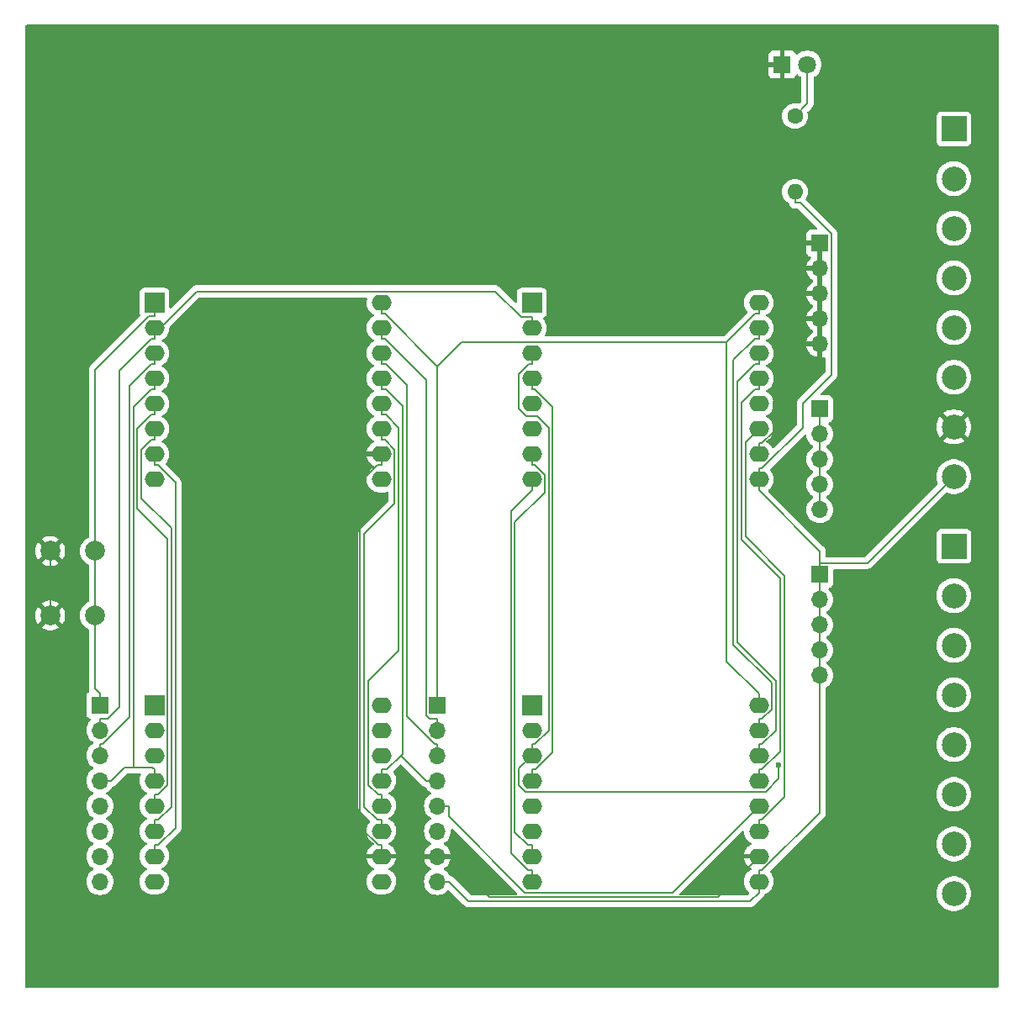
<source format=gbr>
%TF.GenerationSoftware,KiCad,Pcbnew,8.0.3*%
%TF.CreationDate,2024-06-10T16:35:51-04:00*%
%TF.ProjectId,Kicad 8,4b696361-6420-4382-9e6b-696361645f70,rev?*%
%TF.SameCoordinates,Original*%
%TF.FileFunction,Copper,L2,Bot*%
%TF.FilePolarity,Positive*%
%FSLAX46Y46*%
G04 Gerber Fmt 4.6, Leading zero omitted, Abs format (unit mm)*
G04 Created by KiCad (PCBNEW 8.0.3) date 2024-06-10 16:35:51*
%MOMM*%
%LPD*%
G01*
G04 APERTURE LIST*
%TA.AperFunction,ComponentPad*%
%ADD10C,2.000000*%
%TD*%
%TA.AperFunction,ComponentPad*%
%ADD11R,2.000000X2.000000*%
%TD*%
%TA.AperFunction,ComponentPad*%
%ADD12O,2.000000X1.600000*%
%TD*%
%TA.AperFunction,ComponentPad*%
%ADD13R,1.700000X1.700000*%
%TD*%
%TA.AperFunction,ComponentPad*%
%ADD14O,1.700000X1.700000*%
%TD*%
%TA.AperFunction,ComponentPad*%
%ADD15C,1.600000*%
%TD*%
%TA.AperFunction,ComponentPad*%
%ADD16O,1.600000X1.600000*%
%TD*%
%TA.AperFunction,ComponentPad*%
%ADD17R,2.500000X2.500000*%
%TD*%
%TA.AperFunction,ComponentPad*%
%ADD18C,2.500000*%
%TD*%
%TA.AperFunction,ComponentPad*%
%ADD19R,1.800000X1.800000*%
%TD*%
%TA.AperFunction,ComponentPad*%
%ADD20C,1.800000*%
%TD*%
%TA.AperFunction,ViaPad*%
%ADD21C,0.600000*%
%TD*%
%TA.AperFunction,Conductor*%
%ADD22C,0.200000*%
%TD*%
G04 APERTURE END LIST*
D10*
%TO.P,SW1,1,1*%
%TO.N,GND*%
X83000000Y-85500000D03*
X83000000Y-79000000D03*
%TO.P,SW1,2,2*%
%TO.N,Net-(J2-Pin_1)*%
X87500000Y-85500000D03*
X87500000Y-79000000D03*
%TD*%
D11*
%TO.P,U4,1,~{RST}*%
%TO.N,Net-(J2-Pin_1)*%
X131500000Y-54000000D03*
D12*
%TO.P,U4,2,A0*%
%TO.N,Net-(J2-Pin_2)*%
X131500000Y-56540000D03*
%TO.P,U4,3,D0*%
%TO.N,Net-(J2-Pin_3)*%
X131500000Y-59080000D03*
%TO.P,U4,4,SCK/D5*%
%TO.N,Net-(J2-Pin_4)*%
X131500000Y-61620000D03*
%TO.P,U4,5,MISO/D6*%
%TO.N,Net-(J2-Pin_5)*%
X131500000Y-64160000D03*
%TO.P,U4,6,MOSI/D7*%
%TO.N,Net-(J2-Pin_6)*%
X131500000Y-66700000D03*
%TO.P,U4,7,CS/D8*%
%TO.N,Net-(J2-Pin_7)*%
X131500000Y-69240000D03*
%TO.P,U4,8,3V3*%
%TO.N,Net-(J2-Pin_8)*%
X131500000Y-71780000D03*
%TO.P,U4,9,5V*%
%TO.N,Net-(J1-Pin_8)*%
X154360000Y-71780000D03*
%TO.P,U4,10,GND*%
%TO.N,GND*%
X154360000Y-69240000D03*
%TO.P,U4,11,D4*%
%TO.N,Net-(J1-Pin_6)*%
X154360000Y-66700000D03*
%TO.P,U4,12,D3*%
%TO.N,Net-(J1-Pin_5)*%
X154360000Y-64160000D03*
%TO.P,U4,13,SDA/D2*%
%TO.N,Net-(J1-Pin_4)*%
X154360000Y-61620000D03*
%TO.P,U4,14,SCL/D1*%
%TO.N,Net-(J1-Pin_3)*%
X154360000Y-59080000D03*
%TO.P,U4,15,RX*%
%TO.N,Net-(J1-Pin_2)*%
X154360000Y-56540000D03*
%TO.P,U4,16,TX*%
%TO.N,Net-(J1-Pin_1)*%
X154360000Y-54000000D03*
%TD*%
D13*
%TO.P,J2,1,Pin_1*%
%TO.N,Net-(J2-Pin_1)*%
X88000000Y-94515000D03*
D14*
%TO.P,J2,2,Pin_2*%
%TO.N,Net-(J2-Pin_2)*%
X88000000Y-97055000D03*
%TO.P,J2,3,Pin_3*%
%TO.N,Net-(J2-Pin_3)*%
X88000000Y-99595000D03*
%TO.P,J2,4,Pin_4*%
%TO.N,Net-(J2-Pin_4)*%
X88000000Y-102135000D03*
%TO.P,J2,5,Pin_5*%
%TO.N,Net-(J2-Pin_5)*%
X88000000Y-104675000D03*
%TO.P,J2,6,Pin_6*%
%TO.N,Net-(J2-Pin_6)*%
X88000000Y-107215000D03*
%TO.P,J2,7,Pin_7*%
%TO.N,Net-(J2-Pin_7)*%
X88000000Y-109755000D03*
%TO.P,J2,8,Pin_8*%
%TO.N,Net-(J2-Pin_8)*%
X88000000Y-112295000D03*
%TD*%
D15*
%TO.P,R1,1*%
%TO.N,Net-(D1-A)*%
X158000000Y-35190000D03*
D16*
%TO.P,R1,2*%
%TO.N,Net-(J1-Pin_8)*%
X158000000Y-42810000D03*
%TD*%
D13*
%TO.P,J1,1,Pin_1*%
%TO.N,Net-(J1-Pin_1)*%
X122000000Y-94515000D03*
D14*
%TO.P,J1,2,Pin_2*%
%TO.N,Net-(J1-Pin_2)*%
X122000000Y-97055000D03*
%TO.P,J1,3,Pin_3*%
%TO.N,Net-(J1-Pin_3)*%
X122000000Y-99595000D03*
%TO.P,J1,4,Pin_4*%
%TO.N,Net-(J1-Pin_4)*%
X122000000Y-102135000D03*
%TO.P,J1,5,Pin_5*%
%TO.N,Net-(J1-Pin_5)*%
X122000000Y-104675000D03*
%TO.P,J1,6,Pin_6*%
%TO.N,Net-(J1-Pin_6)*%
X122000000Y-107215000D03*
%TO.P,J1,7,Pin_7*%
%TO.N,GND*%
X122000000Y-109755000D03*
%TO.P,J1,8,Pin_8*%
%TO.N,Net-(J1-Pin_8)*%
X122000000Y-112295000D03*
%TD*%
D11*
%TO.P,U3,1,~{RST}*%
%TO.N,Net-(J2-Pin_1)*%
X93500000Y-54000000D03*
D12*
%TO.P,U3,2,A0*%
%TO.N,Net-(J2-Pin_2)*%
X93500000Y-56540000D03*
%TO.P,U3,3,D0*%
%TO.N,Net-(J2-Pin_3)*%
X93500000Y-59080000D03*
%TO.P,U3,4,SCK/D5*%
%TO.N,Net-(J2-Pin_4)*%
X93500000Y-61620000D03*
%TO.P,U3,5,MISO/D6*%
%TO.N,Net-(J2-Pin_5)*%
X93500000Y-64160000D03*
%TO.P,U3,6,MOSI/D7*%
%TO.N,Net-(J2-Pin_6)*%
X93500000Y-66700000D03*
%TO.P,U3,7,CS/D8*%
%TO.N,Net-(J2-Pin_7)*%
X93500000Y-69240000D03*
%TO.P,U3,8,3V3*%
%TO.N,Net-(J2-Pin_8)*%
X93500000Y-71780000D03*
%TO.P,U3,9,5V*%
%TO.N,Net-(J1-Pin_8)*%
X116360000Y-71780000D03*
%TO.P,U3,10,GND*%
%TO.N,GND*%
X116360000Y-69240000D03*
%TO.P,U3,11,D4*%
%TO.N,Net-(J1-Pin_6)*%
X116360000Y-66700000D03*
%TO.P,U3,12,D3*%
%TO.N,Net-(J1-Pin_5)*%
X116360000Y-64160000D03*
%TO.P,U3,13,SDA/D2*%
%TO.N,Net-(J1-Pin_4)*%
X116360000Y-61620000D03*
%TO.P,U3,14,SCL/D1*%
%TO.N,Net-(J1-Pin_3)*%
X116360000Y-59080000D03*
%TO.P,U3,15,RX*%
%TO.N,Net-(J1-Pin_2)*%
X116360000Y-56540000D03*
%TO.P,U3,16,TX*%
%TO.N,Net-(J1-Pin_1)*%
X116360000Y-54000000D03*
%TD*%
D11*
%TO.P,U2,1,~{RST}*%
%TO.N,Net-(J2-Pin_1)*%
X131500000Y-94500000D03*
D12*
%TO.P,U2,2,A0*%
%TO.N,Net-(J2-Pin_2)*%
X131500000Y-97040000D03*
%TO.P,U2,3,D0*%
%TO.N,Net-(J2-Pin_3)*%
X131500000Y-99580000D03*
%TO.P,U2,4,SCK/D5*%
%TO.N,Net-(J2-Pin_4)*%
X131500000Y-102120000D03*
%TO.P,U2,5,MISO/D6*%
%TO.N,Net-(J2-Pin_5)*%
X131500000Y-104660000D03*
%TO.P,U2,6,MOSI/D7*%
%TO.N,Net-(J2-Pin_6)*%
X131500000Y-107200000D03*
%TO.P,U2,7,CS/D8*%
%TO.N,Net-(J2-Pin_7)*%
X131500000Y-109740000D03*
%TO.P,U2,8,3V3*%
%TO.N,Net-(J2-Pin_8)*%
X131500000Y-112280000D03*
%TO.P,U2,9,5V*%
%TO.N,Net-(J1-Pin_8)*%
X154360000Y-112280000D03*
%TO.P,U2,10,GND*%
%TO.N,GND*%
X154360000Y-109740000D03*
%TO.P,U2,11,D4*%
%TO.N,Net-(J1-Pin_6)*%
X154360000Y-107200000D03*
%TO.P,U2,12,D3*%
%TO.N,Net-(J1-Pin_5)*%
X154360000Y-104660000D03*
%TO.P,U2,13,SDA/D2*%
%TO.N,Net-(J1-Pin_4)*%
X154360000Y-102120000D03*
%TO.P,U2,14,SCL/D1*%
%TO.N,Net-(J1-Pin_3)*%
X154360000Y-99580000D03*
%TO.P,U2,15,RX*%
%TO.N,Net-(J1-Pin_2)*%
X154360000Y-97040000D03*
%TO.P,U2,16,TX*%
%TO.N,Net-(J1-Pin_1)*%
X154360000Y-94500000D03*
%TD*%
D13*
%TO.P,J5,1,Pin_1*%
%TO.N,Net-(J1-Pin_8)*%
X160500000Y-81371200D03*
D14*
%TO.P,J5,2,Pin_2*%
X160500000Y-83911200D03*
%TO.P,J5,3,Pin_3*%
X160500000Y-86451200D03*
%TO.P,J5,4,Pin_4*%
X160500000Y-88991200D03*
%TO.P,J5,5,Pin_5*%
X160500000Y-91531200D03*
%TD*%
D13*
%TO.P,J7,1,Pin_1*%
%TO.N,GND*%
X160500000Y-48000000D03*
D14*
%TO.P,J7,2,Pin_2*%
X160500000Y-50540000D03*
%TO.P,J7,3,Pin_3*%
X160500000Y-53080000D03*
%TO.P,J7,4,Pin_4*%
X160500000Y-55620000D03*
%TO.P,J7,5,Pin_5*%
X160500000Y-58160000D03*
%TD*%
D17*
%TO.P,J4,1,Pin_1*%
%TO.N,Net-(J1-Pin_1)*%
X174000000Y-36500000D03*
D18*
%TO.P,J4,2,Pin_2*%
%TO.N,Net-(J1-Pin_2)*%
X174000000Y-41500000D03*
%TO.P,J4,3,Pin_3*%
%TO.N,Net-(J1-Pin_3)*%
X174000000Y-46500000D03*
%TO.P,J4,4,Pin_4*%
%TO.N,Net-(J1-Pin_4)*%
X174000000Y-51500000D03*
%TO.P,J4,5,Pin_5*%
%TO.N,Net-(J1-Pin_5)*%
X174000000Y-56500000D03*
%TO.P,J4,6,Pin_6*%
%TO.N,Net-(J1-Pin_6)*%
X174000000Y-61500000D03*
%TO.P,J4,7,Pin_7*%
%TO.N,GND*%
X174000000Y-66500000D03*
%TO.P,J4,8,Pin_8*%
%TO.N,Net-(J1-Pin_8)*%
X174000000Y-71500000D03*
%TD*%
D13*
%TO.P,J6,1,Pin_1*%
%TO.N,Net-(J2-Pin_8)*%
X160500000Y-64685600D03*
D14*
%TO.P,J6,2,Pin_2*%
X160500000Y-67225600D03*
%TO.P,J6,3,Pin_3*%
X160500000Y-69765600D03*
%TO.P,J6,4,Pin_4*%
X160500000Y-72305600D03*
%TO.P,J6,5,Pin_5*%
X160500000Y-74845600D03*
%TD*%
D17*
%TO.P,J3,1,Pin_1*%
%TO.N,Net-(J2-Pin_1)*%
X174000000Y-78500000D03*
D18*
%TO.P,J3,2,Pin_2*%
%TO.N,Net-(J2-Pin_2)*%
X174000000Y-83500000D03*
%TO.P,J3,3,Pin_3*%
%TO.N,Net-(J2-Pin_3)*%
X174000000Y-88500000D03*
%TO.P,J3,4,Pin_4*%
%TO.N,Net-(J2-Pin_4)*%
X174000000Y-93500000D03*
%TO.P,J3,5,Pin_5*%
%TO.N,Net-(J2-Pin_5)*%
X174000000Y-98500000D03*
%TO.P,J3,6,Pin_6*%
%TO.N,Net-(J2-Pin_6)*%
X174000000Y-103500000D03*
%TO.P,J3,7,Pin_7*%
%TO.N,Net-(J2-Pin_7)*%
X174000000Y-108500000D03*
%TO.P,J3,8,Pin_8*%
%TO.N,Net-(J2-Pin_8)*%
X174000000Y-113500000D03*
%TD*%
D19*
%TO.P,D1,1,K*%
%TO.N,GND*%
X156725000Y-30000000D03*
D20*
%TO.P,D1,2,A*%
%TO.N,Net-(D1-A)*%
X159265000Y-30000000D03*
%TD*%
D11*
%TO.P,U1,1,~{RST}*%
%TO.N,Net-(J2-Pin_1)*%
X93500000Y-94500000D03*
D12*
%TO.P,U1,2,A0*%
%TO.N,Net-(J2-Pin_2)*%
X93500000Y-97040000D03*
%TO.P,U1,3,D0*%
%TO.N,Net-(J2-Pin_3)*%
X93500000Y-99580000D03*
%TO.P,U1,4,SCK/D5*%
%TO.N,Net-(J2-Pin_4)*%
X93500000Y-102120000D03*
%TO.P,U1,5,MISO/D6*%
%TO.N,Net-(J2-Pin_5)*%
X93500000Y-104660000D03*
%TO.P,U1,6,MOSI/D7*%
%TO.N,Net-(J2-Pin_6)*%
X93500000Y-107200000D03*
%TO.P,U1,7,CS/D8*%
%TO.N,Net-(J2-Pin_7)*%
X93500000Y-109740000D03*
%TO.P,U1,8,3V3*%
%TO.N,Net-(J2-Pin_8)*%
X93500000Y-112280000D03*
%TO.P,U1,9,5V*%
%TO.N,Net-(J1-Pin_8)*%
X116360000Y-112280000D03*
%TO.P,U1,10,GND*%
%TO.N,GND*%
X116360000Y-109740000D03*
%TO.P,U1,11,D4*%
%TO.N,Net-(J1-Pin_6)*%
X116360000Y-107200000D03*
%TO.P,U1,12,D3*%
%TO.N,Net-(J1-Pin_5)*%
X116360000Y-104660000D03*
%TO.P,U1,13,SDA/D2*%
%TO.N,Net-(J1-Pin_4)*%
X116360000Y-102120000D03*
%TO.P,U1,14,SCL/D1*%
%TO.N,Net-(J1-Pin_3)*%
X116360000Y-99580000D03*
%TO.P,U1,15,RX*%
%TO.N,Net-(J1-Pin_2)*%
X116360000Y-97040000D03*
%TO.P,U1,16,TX*%
%TO.N,Net-(J1-Pin_1)*%
X116360000Y-94500000D03*
%TD*%
D21*
%TO.N,Net-(J2-Pin_3)*%
X156374600Y-100546200D03*
%TD*%
D22*
%TO.N,GND*%
X116360000Y-70341700D02*
X115946900Y-70341700D01*
X115946900Y-70341700D02*
X114224300Y-72064300D01*
X114224300Y-72064300D02*
X114224300Y-106830900D01*
X114224300Y-106830900D02*
X116031700Y-108638300D01*
X116031700Y-108638300D02*
X116360000Y-108638300D01*
X160500000Y-58160000D02*
X160500000Y-59311700D01*
X160500000Y-59311700D02*
X155799800Y-64011900D01*
X155799800Y-64011900D02*
X155799800Y-67026800D01*
X155799800Y-67026800D02*
X154688300Y-68138300D01*
X154688300Y-68138300D02*
X154360000Y-68138300D01*
X160500000Y-55620000D02*
X160500000Y-58160000D01*
X154360000Y-69240000D02*
X154360000Y-68138300D01*
X122000000Y-109755000D02*
X123151700Y-109755000D01*
X123151700Y-109755000D02*
X127238500Y-113841800D01*
X127238500Y-113841800D02*
X150258200Y-113841800D01*
X150258200Y-113841800D02*
X154360000Y-109740000D01*
X116360000Y-109740000D02*
X116360000Y-108638300D01*
X116360000Y-69240000D02*
X116360000Y-70341700D01*
X83000000Y-79000000D02*
X83000000Y-85500000D01*
X160500000Y-50540000D02*
X160500000Y-48000000D01*
X160500000Y-53080000D02*
X160500000Y-50540000D01*
X160500000Y-55620000D02*
X160500000Y-53080000D01*
%TO.N,Net-(D1-A)*%
X159265000Y-30000000D02*
X159265000Y-33925000D01*
X159265000Y-33925000D02*
X158000000Y-35190000D01*
%TO.N,Net-(J1-Pin_3)*%
X154360000Y-99580000D02*
X154360000Y-98478300D01*
X154360000Y-59080000D02*
X154360000Y-60181700D01*
X154360000Y-60181700D02*
X153946900Y-60181700D01*
X153946900Y-60181700D02*
X152213400Y-61915200D01*
X152213400Y-61915200D02*
X152213400Y-88177500D01*
X152213400Y-88177500D02*
X156112700Y-92076800D01*
X156112700Y-92076800D02*
X156112700Y-97053900D01*
X156112700Y-97053900D02*
X154688300Y-98478300D01*
X154688300Y-98478300D02*
X154360000Y-98478300D01*
X116360000Y-60181700D02*
X116773100Y-60181700D01*
X116773100Y-60181700D02*
X118899100Y-62307700D01*
X118899100Y-62307700D02*
X118899100Y-95605300D01*
X118899100Y-95605300D02*
X121737100Y-98443300D01*
X121737100Y-98443300D02*
X122000000Y-98443300D01*
X122000000Y-99595000D02*
X122000000Y-98443300D01*
X116360000Y-59080000D02*
X116360000Y-60181700D01*
%TO.N,Net-(J1-Pin_4)*%
X154360000Y-101018300D02*
X154688300Y-101018300D01*
X154688300Y-101018300D02*
X156532800Y-99173800D01*
X156532800Y-99173800D02*
X156532800Y-81745800D01*
X156532800Y-81745800D02*
X152617300Y-77830300D01*
X152617300Y-77830300D02*
X152617300Y-64051300D01*
X152617300Y-64051300D02*
X153946900Y-62721700D01*
X153946900Y-62721700D02*
X154360000Y-62721700D01*
X118314800Y-99601500D02*
X116898000Y-101018300D01*
X116898000Y-101018300D02*
X116360000Y-101018300D01*
X116360000Y-62721700D02*
X116773100Y-62721700D01*
X116773100Y-62721700D02*
X118489200Y-64437800D01*
X118489200Y-64437800D02*
X118489200Y-99427100D01*
X118489200Y-99427100D02*
X118314800Y-99601500D01*
X120848300Y-102135000D02*
X118314800Y-99601500D01*
X122000000Y-102135000D02*
X120848300Y-102135000D01*
X116360000Y-102120000D02*
X116360000Y-101018300D01*
X116360000Y-61620000D02*
X116360000Y-62721700D01*
X154360000Y-102120000D02*
X154360000Y-101018300D01*
X154360000Y-61620000D02*
X154360000Y-62721700D01*
%TO.N,Net-(J1-Pin_1)*%
X151081200Y-57972700D02*
X151081200Y-90119500D01*
X151081200Y-90119500D02*
X154360000Y-93398300D01*
X154360000Y-55101700D02*
X153952200Y-55101700D01*
X153952200Y-55101700D02*
X151081200Y-57972700D01*
X151081200Y-57972700D02*
X124440700Y-57972700D01*
X124440700Y-57972700D02*
X122000000Y-60413400D01*
X154360000Y-94500000D02*
X154360000Y-93398300D01*
X154360000Y-54000000D02*
X154360000Y-55101700D01*
X122000000Y-60413400D02*
X116688300Y-55101700D01*
X116688300Y-55101700D02*
X116360000Y-55101700D01*
X122000000Y-94515000D02*
X122000000Y-60413400D01*
X116360000Y-54000000D02*
X116360000Y-55101700D01*
%TO.N,Net-(J1-Pin_5)*%
X116360000Y-103558300D02*
X116031700Y-103558300D01*
X116031700Y-103558300D02*
X115049700Y-102576300D01*
X115049700Y-102576300D02*
X115049700Y-92067900D01*
X115049700Y-92067900D02*
X118081000Y-89036600D01*
X118081000Y-89036600D02*
X118081000Y-66569600D01*
X118081000Y-66569600D02*
X116773100Y-65261700D01*
X116773100Y-65261700D02*
X116360000Y-65261700D01*
X116360000Y-104660000D02*
X116360000Y-103558300D01*
X116360000Y-64160000D02*
X116360000Y-65261700D01*
X122000000Y-104675000D02*
X123151700Y-104675000D01*
X123151700Y-104675000D02*
X123151700Y-105754700D01*
X123151700Y-105754700D02*
X130778700Y-113381700D01*
X130778700Y-113381700D02*
X145638300Y-113381700D01*
X145638300Y-113381700D02*
X154360000Y-104660000D01*
%TO.N,Net-(J1-Pin_2)*%
X154360000Y-57641700D02*
X153946900Y-57641700D01*
X153946900Y-57641700D02*
X151809400Y-59779200D01*
X151809400Y-59779200D02*
X151809400Y-88412100D01*
X151809400Y-88412100D02*
X155692600Y-92295300D01*
X155692600Y-92295300D02*
X155692600Y-94934000D01*
X155692600Y-94934000D02*
X154688300Y-95938300D01*
X154688300Y-95938300D02*
X154360000Y-95938300D01*
X116360000Y-56540000D02*
X116360000Y-57641700D01*
X122000000Y-97055000D02*
X122000000Y-95903300D01*
X122000000Y-95903300D02*
X121208200Y-95903300D01*
X121208200Y-95903300D02*
X120848300Y-95543400D01*
X120848300Y-95543400D02*
X120848300Y-61801700D01*
X120848300Y-61801700D02*
X116688300Y-57641700D01*
X116688300Y-57641700D02*
X116360000Y-57641700D01*
X154360000Y-97040000D02*
X154360000Y-95938300D01*
X154360000Y-56540000D02*
X154360000Y-57641700D01*
%TO.N,Net-(J1-Pin_6)*%
X116360000Y-66700000D02*
X116360000Y-67801700D01*
X116360000Y-107200000D02*
X116360000Y-106098300D01*
X116360000Y-106098300D02*
X115946900Y-106098300D01*
X115946900Y-106098300D02*
X114637000Y-104788400D01*
X114637000Y-104788400D02*
X114637000Y-77245300D01*
X114637000Y-77245300D02*
X117669800Y-74212500D01*
X117669800Y-74212500D02*
X117669800Y-68783200D01*
X117669800Y-68783200D02*
X116688300Y-67801700D01*
X116688300Y-67801700D02*
X116360000Y-67801700D01*
X154360000Y-106098300D02*
X154688300Y-106098300D01*
X154688300Y-106098300D02*
X156976300Y-103810300D01*
X156976300Y-103810300D02*
X156976300Y-81482100D01*
X156976300Y-81482100D02*
X153037900Y-77543700D01*
X153037900Y-77543700D02*
X153037900Y-68022100D01*
X153037900Y-68022100D02*
X154360000Y-66700000D01*
X154360000Y-107200000D02*
X154360000Y-106098300D01*
%TO.N,Net-(J1-Pin_8)*%
X160500000Y-91531200D02*
X160500000Y-105366600D01*
X160500000Y-105366600D02*
X154688300Y-111178300D01*
X154688300Y-111178300D02*
X154360000Y-111178300D01*
X160500000Y-88991200D02*
X160500000Y-91531200D01*
X154360000Y-112280000D02*
X154360000Y-111178300D01*
X154360000Y-71780000D02*
X154360000Y-70678300D01*
X158000000Y-42810000D02*
X158000000Y-43911700D01*
X158000000Y-43911700D02*
X158550800Y-43911700D01*
X158550800Y-43911700D02*
X161654800Y-47015700D01*
X161654800Y-47015700D02*
X161654800Y-61245800D01*
X161654800Y-61245800D02*
X158774000Y-64126600D01*
X158774000Y-64126600D02*
X158774000Y-66592600D01*
X158774000Y-66592600D02*
X154688300Y-70678300D01*
X154688300Y-70678300D02*
X154360000Y-70678300D01*
X160500000Y-80219500D02*
X160500000Y-79021700D01*
X160500000Y-79021700D02*
X154360000Y-72881700D01*
X154360000Y-71780000D02*
X154360000Y-72881700D01*
X174000000Y-71500000D02*
X165280500Y-80219500D01*
X165280500Y-80219500D02*
X160500000Y-80219500D01*
X160500000Y-81371200D02*
X160500000Y-80219500D01*
X123151700Y-112295000D02*
X125119200Y-114262500D01*
X125119200Y-114262500D02*
X153479200Y-114262500D01*
X153479200Y-114262500D02*
X154360000Y-113381700D01*
X154360000Y-112280000D02*
X154360000Y-113381700D01*
X122000000Y-112295000D02*
X123151700Y-112295000D01*
X160500000Y-83911200D02*
X160500000Y-81371200D01*
X160500000Y-86451200D02*
X160500000Y-83911200D01*
X160500000Y-88991200D02*
X160500000Y-86451200D01*
%TO.N,Net-(J2-Pin_1)*%
X87500000Y-79000000D02*
X87500000Y-60732200D01*
X87500000Y-60732200D02*
X92930500Y-55301700D01*
X92930500Y-55301700D02*
X93500000Y-55301700D01*
X87500000Y-85500000D02*
X87500000Y-79000000D01*
X93500000Y-54000000D02*
X93500000Y-55301700D01*
X88000000Y-94515000D02*
X88000000Y-93363300D01*
X88000000Y-93363300D02*
X87500000Y-92863300D01*
X87500000Y-92863300D02*
X87500000Y-85500000D01*
%TO.N,Net-(J2-Pin_3)*%
X156374600Y-100546200D02*
X156374600Y-101918600D01*
X156374600Y-101918600D02*
X155058300Y-103234900D01*
X155058300Y-103234900D02*
X130851800Y-103234900D01*
X130851800Y-103234900D02*
X130196000Y-102579100D01*
X130196000Y-102579100D02*
X130196000Y-100884000D01*
X130196000Y-100884000D02*
X131500000Y-99580000D01*
X131500000Y-98478300D02*
X131828300Y-98478300D01*
X131828300Y-98478300D02*
X133205700Y-97100900D01*
X133205700Y-97100900D02*
X133205700Y-66578600D01*
X133205700Y-66578600D02*
X132057100Y-65430000D01*
X132057100Y-65430000D02*
X130930300Y-65430000D01*
X130930300Y-65430000D02*
X130169000Y-64668700D01*
X130169000Y-64668700D02*
X130169000Y-61184400D01*
X130169000Y-61184400D02*
X131171700Y-60181700D01*
X131171700Y-60181700D02*
X131500000Y-60181700D01*
X93500000Y-60181700D02*
X93171700Y-60181700D01*
X93171700Y-60181700D02*
X90965900Y-62387500D01*
X90965900Y-62387500D02*
X90965900Y-95765300D01*
X90965900Y-95765300D02*
X88287900Y-98443300D01*
X88287900Y-98443300D02*
X88000000Y-98443300D01*
X131500000Y-59080000D02*
X131500000Y-60181700D01*
X131500000Y-99580000D02*
X131500000Y-98478300D01*
X93500000Y-59080000D02*
X93500000Y-60181700D01*
X88000000Y-99595000D02*
X88000000Y-98443300D01*
%TO.N,Net-(J2-Pin_2)*%
X88000000Y-95903300D02*
X88791800Y-95903300D01*
X88791800Y-95903300D02*
X89954900Y-94740200D01*
X89954900Y-94740200D02*
X89954900Y-60862500D01*
X89954900Y-60862500D02*
X93175700Y-57641700D01*
X93175700Y-57641700D02*
X93500000Y-57641700D01*
X131500000Y-56540000D02*
X131500000Y-55438300D01*
X93500000Y-57090800D02*
X97740900Y-52849900D01*
X97740900Y-52849900D02*
X127809900Y-52849900D01*
X127809900Y-52849900D02*
X130398300Y-55438300D01*
X130398300Y-55438300D02*
X131500000Y-55438300D01*
X93500000Y-57090800D02*
X93500000Y-57641700D01*
X93500000Y-56540000D02*
X93500000Y-57090800D01*
X88000000Y-97055000D02*
X88000000Y-95903300D01*
%TO.N,Net-(J2-Pin_5)*%
X93500000Y-64160000D02*
X93500000Y-65261700D01*
X93500000Y-104660000D02*
X93500000Y-103558300D01*
X93500000Y-103558300D02*
X93822400Y-103558300D01*
X93822400Y-103558300D02*
X94802600Y-102578100D01*
X94802600Y-102578100D02*
X94802600Y-77753600D01*
X94802600Y-77753600D02*
X91769300Y-74720300D01*
X91769300Y-74720300D02*
X91769300Y-66664100D01*
X91769300Y-66664100D02*
X93171700Y-65261700D01*
X93171700Y-65261700D02*
X93500000Y-65261700D01*
%TO.N,Net-(J2-Pin_7)*%
X131500000Y-70341700D02*
X131828300Y-70341700D01*
X131828300Y-70341700D02*
X132804000Y-71317400D01*
X132804000Y-71317400D02*
X132804000Y-73096700D01*
X132804000Y-73096700D02*
X129790500Y-76110200D01*
X129790500Y-76110200D02*
X129790500Y-107341900D01*
X129790500Y-107341900D02*
X131086900Y-108638300D01*
X131086900Y-108638300D02*
X131500000Y-108638300D01*
X131500000Y-69240000D02*
X131500000Y-70341700D01*
X131500000Y-109740000D02*
X131500000Y-108638300D01*
X93500000Y-108638300D02*
X93867900Y-108638300D01*
X93867900Y-108638300D02*
X95606000Y-106900200D01*
X95606000Y-106900200D02*
X95606000Y-72119400D01*
X95606000Y-72119400D02*
X93828300Y-70341700D01*
X93828300Y-70341700D02*
X93500000Y-70341700D01*
X93500000Y-69240000D02*
X93500000Y-70341700D01*
X93500000Y-109740000D02*
X93500000Y-108638300D01*
%TO.N,Net-(J2-Pin_6)*%
X93500000Y-106098300D02*
X93867900Y-106098300D01*
X93867900Y-106098300D02*
X95204300Y-104761900D01*
X95204300Y-104761900D02*
X95204300Y-76684800D01*
X95204300Y-76684800D02*
X92197100Y-73677600D01*
X92197100Y-73677600D02*
X92197100Y-68776300D01*
X92197100Y-68776300D02*
X93171700Y-67801700D01*
X93171700Y-67801700D02*
X93500000Y-67801700D01*
X93500000Y-66700000D02*
X93500000Y-67801700D01*
X93500000Y-107200000D02*
X93500000Y-106098300D01*
%TO.N,Net-(J2-Pin_8)*%
X131500000Y-72881700D02*
X129388800Y-74992900D01*
X129388800Y-74992900D02*
X129388800Y-109480200D01*
X129388800Y-109480200D02*
X131086900Y-111178300D01*
X131086900Y-111178300D02*
X131500000Y-111178300D01*
X131500000Y-71780000D02*
X131500000Y-72881700D01*
X131500000Y-112280000D02*
X131500000Y-111178300D01*
X160500000Y-67225600D02*
X160500000Y-64685600D01*
X160500000Y-69765600D02*
X160500000Y-67225600D01*
X160500000Y-72305600D02*
X160500000Y-69765600D01*
X160500000Y-74845600D02*
X160500000Y-72305600D01*
%TO.N,Net-(J2-Pin_4)*%
X131500000Y-101018300D02*
X131910300Y-101018300D01*
X131910300Y-101018300D02*
X133607400Y-99321200D01*
X133607400Y-99321200D02*
X133607400Y-64500800D01*
X133607400Y-64500800D02*
X131828300Y-62721700D01*
X131828300Y-62721700D02*
X131500000Y-62721700D01*
X91367600Y-100781600D02*
X90505100Y-100781600D01*
X90505100Y-100781600D02*
X89151700Y-102135000D01*
X93500000Y-101018300D02*
X93263300Y-100781600D01*
X93263300Y-100781600D02*
X91367600Y-100781600D01*
X93500000Y-62721700D02*
X93171700Y-62721700D01*
X93171700Y-62721700D02*
X91367600Y-64525800D01*
X91367600Y-64525800D02*
X91367600Y-100781600D01*
X88000000Y-102135000D02*
X89151700Y-102135000D01*
X93500000Y-61620000D02*
X93500000Y-62721700D01*
X93500000Y-102120000D02*
X93500000Y-101018300D01*
X131500000Y-61620000D02*
X131500000Y-62721700D01*
X131500000Y-102120000D02*
X131500000Y-101018300D01*
%TD*%
%TA.AperFunction,Conductor*%
%TO.N,GND*%
G36*
X123542572Y-106997010D02*
G01*
X123557528Y-107009763D01*
X129998084Y-113450319D01*
X130031569Y-113511642D01*
X130026585Y-113581334D01*
X129984713Y-113637267D01*
X129919249Y-113661684D01*
X129910403Y-113662000D01*
X125419297Y-113662000D01*
X125352258Y-113642315D01*
X125331616Y-113625681D01*
X123639290Y-111933355D01*
X123639288Y-111933352D01*
X123520417Y-111814481D01*
X123520416Y-111814480D01*
X123433604Y-111764360D01*
X123433604Y-111764359D01*
X123433600Y-111764358D01*
X123416112Y-111754260D01*
X123383486Y-111735423D01*
X123262994Y-111703137D01*
X123203334Y-111666771D01*
X123182708Y-111635768D01*
X123174038Y-111617176D01*
X123174034Y-111617169D01*
X123038494Y-111423597D01*
X122871402Y-111256506D01*
X122871401Y-111256505D01*
X122685405Y-111126269D01*
X122641781Y-111071692D01*
X122634588Y-111002193D01*
X122666110Y-110939839D01*
X122685405Y-110923119D01*
X122871082Y-110793105D01*
X123038105Y-110626082D01*
X123173600Y-110432578D01*
X123273429Y-110218492D01*
X123273432Y-110218486D01*
X123330636Y-110005000D01*
X122433012Y-110005000D01*
X122465925Y-109947993D01*
X122500000Y-109820826D01*
X122500000Y-109689174D01*
X122465925Y-109562007D01*
X122433012Y-109505000D01*
X123330636Y-109505000D01*
X123330635Y-109504999D01*
X123273432Y-109291513D01*
X123273429Y-109291507D01*
X123173600Y-109077422D01*
X123173599Y-109077420D01*
X123038113Y-108883926D01*
X123038108Y-108883920D01*
X122871078Y-108716890D01*
X122685405Y-108586879D01*
X122641780Y-108532302D01*
X122634588Y-108462804D01*
X122666110Y-108400449D01*
X122685406Y-108383730D01*
X122719589Y-108359795D01*
X122871401Y-108253495D01*
X123038495Y-108086401D01*
X123174035Y-107892830D01*
X123273903Y-107678663D01*
X123335063Y-107450408D01*
X123355659Y-107215000D01*
X123346319Y-107108250D01*
X123360085Y-107039752D01*
X123408700Y-106989569D01*
X123476729Y-106973635D01*
X123542572Y-106997010D01*
G37*
%TD.AperFunction*%
%TA.AperFunction,Conductor*%
G36*
X152778970Y-107192777D02*
G01*
X152834903Y-107234649D01*
X152858627Y-107297557D01*
X152858738Y-107297540D01*
X152858822Y-107298076D01*
X152859252Y-107299214D01*
X152859498Y-107302342D01*
X152891522Y-107504534D01*
X152954781Y-107699223D01*
X153047715Y-107881613D01*
X153168028Y-108047213D01*
X153312786Y-108191971D01*
X153467749Y-108304556D01*
X153478390Y-108312287D01*
X153550424Y-108348990D01*
X153571629Y-108359795D01*
X153622425Y-108407770D01*
X153639220Y-108475591D01*
X153616682Y-108541726D01*
X153571629Y-108580765D01*
X153478650Y-108628140D01*
X153313105Y-108748417D01*
X153313104Y-108748417D01*
X153168417Y-108893104D01*
X153168417Y-108893105D01*
X153048140Y-109058650D01*
X152955244Y-109240970D01*
X152892009Y-109435586D01*
X152883391Y-109490000D01*
X153926988Y-109490000D01*
X153894075Y-109547007D01*
X153860000Y-109674174D01*
X153860000Y-109805826D01*
X153894075Y-109932993D01*
X153926988Y-109990000D01*
X152883391Y-109990000D01*
X152892009Y-110044413D01*
X152955244Y-110239029D01*
X153048140Y-110421349D01*
X153168417Y-110586894D01*
X153168417Y-110586895D01*
X153313104Y-110731582D01*
X153478652Y-110851861D01*
X153571628Y-110899234D01*
X153622425Y-110947208D01*
X153639220Y-111015029D01*
X153616683Y-111081164D01*
X153571630Y-111120203D01*
X153478388Y-111167713D01*
X153312786Y-111288028D01*
X153168028Y-111432786D01*
X153047715Y-111598386D01*
X152954781Y-111780776D01*
X152891522Y-111975465D01*
X152859500Y-112177648D01*
X152859500Y-112382351D01*
X152891522Y-112584534D01*
X152954781Y-112779223D01*
X153047715Y-112961613D01*
X153168028Y-113127213D01*
X153312782Y-113271967D01*
X153312787Y-113271971D01*
X153373550Y-113316118D01*
X153416216Y-113371448D01*
X153422195Y-113441061D01*
X153389590Y-113502856D01*
X153388347Y-113504117D01*
X153266782Y-113625682D01*
X153205462Y-113659166D01*
X153179103Y-113662000D01*
X146506597Y-113662000D01*
X146439558Y-113642315D01*
X146393803Y-113589511D01*
X146383859Y-113520353D01*
X146412884Y-113456797D01*
X146418916Y-113450319D01*
X147942951Y-111926284D01*
X152647957Y-107221276D01*
X152709278Y-107187793D01*
X152778970Y-107192777D01*
G37*
%TD.AperFunction*%
%TA.AperFunction,Conductor*%
G36*
X160750000Y-57726988D02*
G01*
X160692993Y-57694075D01*
X160565826Y-57660000D01*
X160434174Y-57660000D01*
X160307007Y-57694075D01*
X160250000Y-57726988D01*
X160250000Y-56053012D01*
X160307007Y-56085925D01*
X160434174Y-56120000D01*
X160565826Y-56120000D01*
X160692993Y-56085925D01*
X160750000Y-56053012D01*
X160750000Y-57726988D01*
G37*
%TD.AperFunction*%
%TA.AperFunction,Conductor*%
G36*
X160750000Y-55186988D02*
G01*
X160692993Y-55154075D01*
X160565826Y-55120000D01*
X160434174Y-55120000D01*
X160307007Y-55154075D01*
X160250000Y-55186988D01*
X160250000Y-53513012D01*
X160307007Y-53545925D01*
X160434174Y-53580000D01*
X160565826Y-53580000D01*
X160692993Y-53545925D01*
X160750000Y-53513012D01*
X160750000Y-55186988D01*
G37*
%TD.AperFunction*%
%TA.AperFunction,Conductor*%
G36*
X160750000Y-52646988D02*
G01*
X160692993Y-52614075D01*
X160565826Y-52580000D01*
X160434174Y-52580000D01*
X160307007Y-52614075D01*
X160250000Y-52646988D01*
X160250000Y-50973012D01*
X160307007Y-51005925D01*
X160434174Y-51040000D01*
X160565826Y-51040000D01*
X160692993Y-51005925D01*
X160750000Y-50973012D01*
X160750000Y-52646988D01*
G37*
%TD.AperFunction*%
%TA.AperFunction,Conductor*%
G36*
X160750000Y-50106988D02*
G01*
X160692993Y-50074075D01*
X160565826Y-50040000D01*
X160434174Y-50040000D01*
X160307007Y-50074075D01*
X160250000Y-50106988D01*
X160250000Y-48433012D01*
X160307007Y-48465925D01*
X160434174Y-48500000D01*
X160565826Y-48500000D01*
X160692993Y-48465925D01*
X160750000Y-48433012D01*
X160750000Y-50106988D01*
G37*
%TD.AperFunction*%
%TA.AperFunction,Conductor*%
G36*
X178442539Y-26020185D02*
G01*
X178488294Y-26072989D01*
X178499500Y-26124500D01*
X178499500Y-122875500D01*
X178479815Y-122942539D01*
X178427011Y-122988294D01*
X178375500Y-122999500D01*
X80624500Y-122999500D01*
X80557461Y-122979815D01*
X80511706Y-122927011D01*
X80500500Y-122875500D01*
X80500500Y-85499994D01*
X81494859Y-85499994D01*
X81494859Y-85500005D01*
X81515385Y-85747729D01*
X81515387Y-85747738D01*
X81576412Y-85988717D01*
X81676266Y-86216364D01*
X81776564Y-86369882D01*
X82476212Y-85670234D01*
X82487482Y-85712292D01*
X82559890Y-85837708D01*
X82662292Y-85940110D01*
X82787708Y-86012518D01*
X82829765Y-86023787D01*
X82129942Y-86723609D01*
X82176768Y-86760055D01*
X82176770Y-86760056D01*
X82395385Y-86878364D01*
X82395396Y-86878369D01*
X82630506Y-86959083D01*
X82875707Y-87000000D01*
X83124293Y-87000000D01*
X83369493Y-86959083D01*
X83604603Y-86878369D01*
X83604614Y-86878364D01*
X83823228Y-86760057D01*
X83823231Y-86760055D01*
X83870056Y-86723609D01*
X83170234Y-86023787D01*
X83212292Y-86012518D01*
X83337708Y-85940110D01*
X83440110Y-85837708D01*
X83512518Y-85712292D01*
X83523787Y-85670235D01*
X84223434Y-86369882D01*
X84323731Y-86216369D01*
X84423587Y-85988717D01*
X84484612Y-85747738D01*
X84484614Y-85747729D01*
X84505141Y-85500005D01*
X84505141Y-85499994D01*
X84484614Y-85252270D01*
X84484612Y-85252261D01*
X84423587Y-85011282D01*
X84323731Y-84783630D01*
X84223434Y-84630116D01*
X83523787Y-85329764D01*
X83512518Y-85287708D01*
X83440110Y-85162292D01*
X83337708Y-85059890D01*
X83212292Y-84987482D01*
X83170235Y-84976212D01*
X83870057Y-84276390D01*
X83870056Y-84276389D01*
X83823229Y-84239943D01*
X83604614Y-84121635D01*
X83604603Y-84121630D01*
X83369493Y-84040916D01*
X83124293Y-84000000D01*
X82875707Y-84000000D01*
X82630506Y-84040916D01*
X82395396Y-84121630D01*
X82395390Y-84121632D01*
X82176761Y-84239949D01*
X82129942Y-84276388D01*
X82129942Y-84276390D01*
X82829765Y-84976212D01*
X82787708Y-84987482D01*
X82662292Y-85059890D01*
X82559890Y-85162292D01*
X82487482Y-85287708D01*
X82476212Y-85329764D01*
X81776564Y-84630116D01*
X81676267Y-84783632D01*
X81576412Y-85011282D01*
X81515387Y-85252261D01*
X81515385Y-85252270D01*
X81494859Y-85499994D01*
X80500500Y-85499994D01*
X80500500Y-78999994D01*
X81494859Y-78999994D01*
X81494859Y-79000005D01*
X81515385Y-79247729D01*
X81515387Y-79247738D01*
X81576412Y-79488717D01*
X81676266Y-79716364D01*
X81776564Y-79869882D01*
X82476212Y-79170234D01*
X82487482Y-79212292D01*
X82559890Y-79337708D01*
X82662292Y-79440110D01*
X82787708Y-79512518D01*
X82829765Y-79523787D01*
X82129942Y-80223609D01*
X82176768Y-80260055D01*
X82176770Y-80260056D01*
X82395385Y-80378364D01*
X82395396Y-80378369D01*
X82630506Y-80459083D01*
X82875707Y-80500000D01*
X83124293Y-80500000D01*
X83369493Y-80459083D01*
X83604603Y-80378369D01*
X83604614Y-80378364D01*
X83823228Y-80260057D01*
X83823231Y-80260055D01*
X83870056Y-80223609D01*
X83170234Y-79523787D01*
X83212292Y-79512518D01*
X83337708Y-79440110D01*
X83440110Y-79337708D01*
X83512518Y-79212292D01*
X83523787Y-79170235D01*
X84223434Y-79869882D01*
X84323731Y-79716369D01*
X84423587Y-79488717D01*
X84484612Y-79247738D01*
X84484614Y-79247729D01*
X84505141Y-79000005D01*
X84505141Y-78999994D01*
X85994357Y-78999994D01*
X85994357Y-79000005D01*
X86014890Y-79247812D01*
X86014892Y-79247824D01*
X86075936Y-79488881D01*
X86175826Y-79716606D01*
X86311833Y-79924782D01*
X86311836Y-79924785D01*
X86480256Y-80107738D01*
X86676491Y-80260474D01*
X86676494Y-80260476D01*
X86676496Y-80260477D01*
X86742609Y-80296255D01*
X86834517Y-80345993D01*
X86884108Y-80395212D01*
X86899500Y-80455048D01*
X86899500Y-84044951D01*
X86879815Y-84111990D01*
X86834518Y-84154006D01*
X86676493Y-84239524D01*
X86480257Y-84392261D01*
X86311833Y-84575217D01*
X86175826Y-84783393D01*
X86075936Y-85011118D01*
X86014892Y-85252175D01*
X86014890Y-85252187D01*
X85994357Y-85499994D01*
X85994357Y-85500005D01*
X86014890Y-85747812D01*
X86014892Y-85747824D01*
X86075936Y-85988881D01*
X86175826Y-86216606D01*
X86311833Y-86424782D01*
X86311836Y-86424785D01*
X86480256Y-86607738D01*
X86676491Y-86760474D01*
X86676494Y-86760476D01*
X86676496Y-86760477D01*
X86728474Y-86788606D01*
X86834517Y-86845993D01*
X86884108Y-86895212D01*
X86899500Y-86955048D01*
X86899500Y-92776630D01*
X86899499Y-92776648D01*
X86899499Y-92942354D01*
X86899498Y-92942354D01*
X86899499Y-92942357D01*
X86939599Y-93092011D01*
X86941377Y-93098644D01*
X86939714Y-93168494D01*
X86900552Y-93226357D01*
X86895924Y-93229995D01*
X86792454Y-93307454D01*
X86792453Y-93307455D01*
X86792452Y-93307456D01*
X86706206Y-93422664D01*
X86706202Y-93422671D01*
X86655908Y-93557517D01*
X86649501Y-93617116D01*
X86649501Y-93617123D01*
X86649500Y-93617135D01*
X86649500Y-95412870D01*
X86649501Y-95412876D01*
X86655908Y-95472483D01*
X86706202Y-95607328D01*
X86706206Y-95607335D01*
X86792452Y-95722544D01*
X86792455Y-95722547D01*
X86907664Y-95808793D01*
X86907671Y-95808797D01*
X87039081Y-95857810D01*
X87095015Y-95899681D01*
X87119432Y-95965145D01*
X87104580Y-96033418D01*
X87083430Y-96061673D01*
X86961503Y-96183600D01*
X86825965Y-96377169D01*
X86825964Y-96377171D01*
X86726098Y-96591335D01*
X86726094Y-96591344D01*
X86664938Y-96819586D01*
X86664936Y-96819596D01*
X86644341Y-97054999D01*
X86644341Y-97055000D01*
X86664936Y-97290403D01*
X86664938Y-97290413D01*
X86726094Y-97518655D01*
X86726096Y-97518659D01*
X86726097Y-97518663D01*
X86800506Y-97678233D01*
X86825965Y-97732830D01*
X86825967Y-97732834D01*
X86961501Y-97926395D01*
X86961506Y-97926402D01*
X87128597Y-98093493D01*
X87128603Y-98093498D01*
X87314158Y-98223425D01*
X87357783Y-98278002D01*
X87364977Y-98347500D01*
X87333454Y-98409855D01*
X87314158Y-98426575D01*
X87128597Y-98556505D01*
X86961505Y-98723597D01*
X86825965Y-98917169D01*
X86825964Y-98917171D01*
X86726098Y-99131335D01*
X86726094Y-99131344D01*
X86664938Y-99359586D01*
X86664936Y-99359596D01*
X86644341Y-99594995D01*
X86644341Y-99595000D01*
X86664936Y-99830403D01*
X86664938Y-99830413D01*
X86726094Y-100058655D01*
X86726096Y-100058659D01*
X86726097Y-100058663D01*
X86797317Y-100211394D01*
X86825965Y-100272830D01*
X86825967Y-100272834D01*
X86961501Y-100466395D01*
X86961506Y-100466402D01*
X87128597Y-100633493D01*
X87128603Y-100633498D01*
X87314158Y-100763425D01*
X87357783Y-100818002D01*
X87364977Y-100887500D01*
X87333454Y-100949855D01*
X87314158Y-100966575D01*
X87128597Y-101096505D01*
X86961505Y-101263597D01*
X86825965Y-101457169D01*
X86825964Y-101457171D01*
X86726098Y-101671335D01*
X86726094Y-101671344D01*
X86664938Y-101899586D01*
X86664936Y-101899596D01*
X86644341Y-102134999D01*
X86644341Y-102135000D01*
X86664936Y-102370403D01*
X86664938Y-102370413D01*
X86726094Y-102598655D01*
X86726096Y-102598659D01*
X86726097Y-102598663D01*
X86789906Y-102735501D01*
X86825965Y-102812830D01*
X86825967Y-102812834D01*
X86918392Y-102944830D01*
X86951201Y-102991686D01*
X86961501Y-103006395D01*
X86961506Y-103006402D01*
X87128597Y-103173493D01*
X87128603Y-103173498D01*
X87314158Y-103303425D01*
X87357783Y-103358002D01*
X87364977Y-103427500D01*
X87333454Y-103489855D01*
X87314158Y-103506575D01*
X87128597Y-103636505D01*
X86961505Y-103803597D01*
X86825965Y-103997169D01*
X86825964Y-103997171D01*
X86726098Y-104211335D01*
X86726094Y-104211344D01*
X86664938Y-104439586D01*
X86664936Y-104439596D01*
X86644341Y-104674999D01*
X86644341Y-104675000D01*
X86664936Y-104910403D01*
X86664938Y-104910413D01*
X86726094Y-105138655D01*
X86726096Y-105138659D01*
X86726097Y-105138663D01*
X86795519Y-105287539D01*
X86825965Y-105352830D01*
X86825967Y-105352834D01*
X86961501Y-105546395D01*
X86961506Y-105546402D01*
X87128597Y-105713493D01*
X87128603Y-105713498D01*
X87314158Y-105843425D01*
X87357783Y-105898002D01*
X87364977Y-105967500D01*
X87333454Y-106029855D01*
X87314158Y-106046575D01*
X87128597Y-106176505D01*
X86961505Y-106343597D01*
X86825965Y-106537169D01*
X86825964Y-106537171D01*
X86726098Y-106751335D01*
X86726094Y-106751344D01*
X86664938Y-106979586D01*
X86664936Y-106979596D01*
X86644341Y-107214999D01*
X86644341Y-107215000D01*
X86664936Y-107450403D01*
X86664938Y-107450413D01*
X86726094Y-107678655D01*
X86726096Y-107678659D01*
X86726097Y-107678663D01*
X86753933Y-107738357D01*
X86825965Y-107892830D01*
X86825967Y-107892834D01*
X86961501Y-108086395D01*
X86961506Y-108086402D01*
X87128597Y-108253493D01*
X87128603Y-108253498D01*
X87314158Y-108383425D01*
X87357783Y-108438002D01*
X87364977Y-108507500D01*
X87333454Y-108569855D01*
X87314158Y-108586575D01*
X87128597Y-108716505D01*
X86961505Y-108883597D01*
X86825965Y-109077169D01*
X86825964Y-109077171D01*
X86726098Y-109291335D01*
X86726094Y-109291344D01*
X86664938Y-109519586D01*
X86664936Y-109519596D01*
X86644341Y-109754999D01*
X86644341Y-109755000D01*
X86664936Y-109990403D01*
X86664938Y-109990413D01*
X86726094Y-110218655D01*
X86726096Y-110218659D01*
X86726097Y-110218663D01*
X86820611Y-110421349D01*
X86825965Y-110432830D01*
X86825967Y-110432834D01*
X86961501Y-110626395D01*
X86961506Y-110626402D01*
X87128597Y-110793493D01*
X87128603Y-110793498D01*
X87314158Y-110923425D01*
X87357783Y-110978002D01*
X87364977Y-111047500D01*
X87333454Y-111109855D01*
X87314158Y-111126575D01*
X87128597Y-111256505D01*
X86961505Y-111423597D01*
X86825965Y-111617169D01*
X86825964Y-111617171D01*
X86726098Y-111831335D01*
X86726094Y-111831344D01*
X86664938Y-112059586D01*
X86664936Y-112059596D01*
X86644341Y-112294999D01*
X86644341Y-112295000D01*
X86664936Y-112530403D01*
X86664938Y-112530413D01*
X86726094Y-112758655D01*
X86726096Y-112758659D01*
X86726097Y-112758663D01*
X86820733Y-112961610D01*
X86825965Y-112972830D01*
X86825967Y-112972834D01*
X86905754Y-113086780D01*
X86961505Y-113166401D01*
X87128599Y-113333495D01*
X87212558Y-113392284D01*
X87322165Y-113469032D01*
X87322167Y-113469033D01*
X87322170Y-113469035D01*
X87536337Y-113568903D01*
X87764592Y-113630063D01*
X87952918Y-113646539D01*
X87999999Y-113650659D01*
X88000000Y-113650659D01*
X88000001Y-113650659D01*
X88039234Y-113647226D01*
X88235408Y-113630063D01*
X88463663Y-113568903D01*
X88677830Y-113469035D01*
X88871401Y-113333495D01*
X89038495Y-113166401D01*
X89174035Y-112972830D01*
X89273903Y-112758663D01*
X89335063Y-112530408D01*
X89355659Y-112295000D01*
X89335063Y-112059592D01*
X89273903Y-111831337D01*
X89174035Y-111617171D01*
X89160885Y-111598390D01*
X89038494Y-111423597D01*
X88871402Y-111256506D01*
X88871396Y-111256501D01*
X88685842Y-111126575D01*
X88642217Y-111071998D01*
X88635023Y-111002500D01*
X88666546Y-110940145D01*
X88685842Y-110923425D01*
X88787437Y-110852287D01*
X88871401Y-110793495D01*
X89038495Y-110626401D01*
X89174035Y-110432830D01*
X89273903Y-110218663D01*
X89335063Y-109990408D01*
X89355659Y-109755000D01*
X89335063Y-109519592D01*
X89273903Y-109291337D01*
X89174035Y-109077171D01*
X89165793Y-109065399D01*
X89038494Y-108883597D01*
X88871402Y-108716506D01*
X88871396Y-108716501D01*
X88685842Y-108586575D01*
X88642217Y-108531998D01*
X88635023Y-108462500D01*
X88666546Y-108400145D01*
X88685842Y-108383425D01*
X88787437Y-108312287D01*
X88871401Y-108253495D01*
X89038495Y-108086401D01*
X89174035Y-107892830D01*
X89273903Y-107678663D01*
X89335063Y-107450408D01*
X89355659Y-107215000D01*
X89335063Y-106979592D01*
X89273903Y-106751337D01*
X89174035Y-106537171D01*
X89165814Y-106525429D01*
X89038494Y-106343597D01*
X88871402Y-106176506D01*
X88871396Y-106176501D01*
X88685842Y-106046575D01*
X88642217Y-105991998D01*
X88635023Y-105922500D01*
X88666546Y-105860145D01*
X88685842Y-105843425D01*
X88719989Y-105819515D01*
X88871401Y-105713495D01*
X89038495Y-105546401D01*
X89174035Y-105352830D01*
X89273903Y-105138663D01*
X89335063Y-104910408D01*
X89355659Y-104675000D01*
X89335063Y-104439592D01*
X89273903Y-104211337D01*
X89174035Y-103997171D01*
X89174034Y-103997169D01*
X89038494Y-103803597D01*
X88871402Y-103636506D01*
X88871396Y-103636501D01*
X88685842Y-103506575D01*
X88642217Y-103451998D01*
X88635023Y-103382500D01*
X88666546Y-103320145D01*
X88685842Y-103303425D01*
X88787437Y-103232287D01*
X88871401Y-103173495D01*
X89038495Y-103006401D01*
X89174035Y-102812830D01*
X89182707Y-102794233D01*
X89228879Y-102741793D01*
X89262990Y-102726863D01*
X89383485Y-102694577D01*
X89448298Y-102657157D01*
X89520416Y-102615520D01*
X89632220Y-102503716D01*
X89632220Y-102503714D01*
X89642424Y-102493511D01*
X89642427Y-102493506D01*
X90717517Y-101418419D01*
X90778840Y-101384934D01*
X90805198Y-101382100D01*
X91288543Y-101382100D01*
X91446657Y-101382100D01*
X92014044Y-101382100D01*
X92081083Y-101401785D01*
X92126838Y-101454589D01*
X92136782Y-101523747D01*
X92124529Y-101562395D01*
X92094781Y-101620776D01*
X92031522Y-101815465D01*
X91999500Y-102017648D01*
X91999500Y-102222351D01*
X92031522Y-102424534D01*
X92094781Y-102619223D01*
X92149626Y-102726860D01*
X92183954Y-102794233D01*
X92187715Y-102801613D01*
X92308028Y-102967213D01*
X92452786Y-103111971D01*
X92607749Y-103224556D01*
X92618390Y-103232287D01*
X92709840Y-103278883D01*
X92711080Y-103279515D01*
X92761876Y-103327490D01*
X92778671Y-103395311D01*
X92756134Y-103461446D01*
X92711080Y-103500485D01*
X92618386Y-103547715D01*
X92452786Y-103668028D01*
X92308028Y-103812786D01*
X92187715Y-103978386D01*
X92094781Y-104160776D01*
X92031522Y-104355465D01*
X91999500Y-104557648D01*
X91999500Y-104762351D01*
X92031522Y-104964534D01*
X92094781Y-105159223D01*
X92187715Y-105341613D01*
X92308028Y-105507213D01*
X92452786Y-105651971D01*
X92607749Y-105764556D01*
X92618390Y-105772287D01*
X92709840Y-105818883D01*
X92711080Y-105819515D01*
X92761876Y-105867490D01*
X92778671Y-105935311D01*
X92756134Y-106001446D01*
X92711080Y-106040485D01*
X92618386Y-106087715D01*
X92452786Y-106208028D01*
X92308028Y-106352786D01*
X92187715Y-106518386D01*
X92094781Y-106700776D01*
X92031522Y-106895465D01*
X91999500Y-107097648D01*
X91999500Y-107302351D01*
X92031522Y-107504534D01*
X92094781Y-107699223D01*
X92187715Y-107881613D01*
X92308028Y-108047213D01*
X92452786Y-108191971D01*
X92607749Y-108304556D01*
X92618390Y-108312287D01*
X92709840Y-108358883D01*
X92711080Y-108359515D01*
X92761876Y-108407490D01*
X92778671Y-108475311D01*
X92756134Y-108541446D01*
X92711080Y-108580485D01*
X92618386Y-108627715D01*
X92452786Y-108748028D01*
X92308028Y-108892786D01*
X92187715Y-109058386D01*
X92094781Y-109240776D01*
X92031522Y-109435465D01*
X91999500Y-109637648D01*
X91999500Y-109842351D01*
X92031522Y-110044534D01*
X92094781Y-110239223D01*
X92187715Y-110421613D01*
X92308028Y-110587213D01*
X92452786Y-110731971D01*
X92607749Y-110844556D01*
X92618390Y-110852287D01*
X92709840Y-110898883D01*
X92711080Y-110899515D01*
X92761876Y-110947490D01*
X92778671Y-111015311D01*
X92756134Y-111081446D01*
X92711080Y-111120485D01*
X92618386Y-111167715D01*
X92452786Y-111288028D01*
X92308028Y-111432786D01*
X92187715Y-111598386D01*
X92094781Y-111780776D01*
X92031522Y-111975465D01*
X91999500Y-112177648D01*
X91999500Y-112382351D01*
X92031522Y-112584534D01*
X92094781Y-112779223D01*
X92187715Y-112961613D01*
X92308028Y-113127213D01*
X92452786Y-113271971D01*
X92589707Y-113371448D01*
X92618390Y-113392287D01*
X92732284Y-113450319D01*
X92800776Y-113485218D01*
X92800778Y-113485218D01*
X92800781Y-113485220D01*
X92858940Y-113504117D01*
X92995465Y-113548477D01*
X93096557Y-113564488D01*
X93197648Y-113580500D01*
X93197649Y-113580500D01*
X93802351Y-113580500D01*
X93802352Y-113580500D01*
X94004534Y-113548477D01*
X94199219Y-113485220D01*
X94381610Y-113392287D01*
X94474590Y-113324732D01*
X94547213Y-113271971D01*
X94547215Y-113271968D01*
X94547219Y-113271966D01*
X94691966Y-113127219D01*
X94691968Y-113127215D01*
X94691971Y-113127213D01*
X94797039Y-112982597D01*
X94812287Y-112961610D01*
X94905220Y-112779219D01*
X94968477Y-112584534D01*
X95000500Y-112382352D01*
X95000500Y-112177648D01*
X94981802Y-112059596D01*
X94968477Y-111975465D01*
X94921649Y-111831344D01*
X94905220Y-111780781D01*
X94905218Y-111780778D01*
X94905218Y-111780776D01*
X94847129Y-111666771D01*
X94812287Y-111598390D01*
X94804556Y-111587749D01*
X94691971Y-111432786D01*
X94547213Y-111288028D01*
X94381614Y-111167715D01*
X94375006Y-111164348D01*
X94288917Y-111120483D01*
X94238123Y-111072511D01*
X94221328Y-111004690D01*
X94243865Y-110938555D01*
X94288917Y-110899516D01*
X94381610Y-110852287D01*
X94463068Y-110793105D01*
X94547213Y-110731971D01*
X94547215Y-110731968D01*
X94547219Y-110731966D01*
X94691966Y-110587219D01*
X94691968Y-110587215D01*
X94691971Y-110587213D01*
X94804318Y-110432578D01*
X94812287Y-110421610D01*
X94905220Y-110239219D01*
X94968477Y-110044534D01*
X95000500Y-109842352D01*
X95000500Y-109637648D01*
X94988596Y-109562489D01*
X94968477Y-109435465D01*
X94921649Y-109291344D01*
X94905220Y-109240781D01*
X94905218Y-109240778D01*
X94905218Y-109240776D01*
X94871503Y-109174607D01*
X94812287Y-109058390D01*
X94753833Y-108977934D01*
X94691971Y-108892786D01*
X94664991Y-108865806D01*
X94631506Y-108804483D01*
X94636490Y-108734791D01*
X94664991Y-108690444D01*
X95308222Y-108047213D01*
X96086520Y-107268916D01*
X96165577Y-107131984D01*
X96206501Y-106979257D01*
X96206501Y-106821142D01*
X96206501Y-106813547D01*
X96206500Y-106813529D01*
X96206500Y-72040343D01*
X96199378Y-72013765D01*
X96178778Y-71936884D01*
X96165577Y-71887616D01*
X96165576Y-71887613D01*
X96086524Y-71750690D01*
X96086521Y-71750686D01*
X96086520Y-71750684D01*
X95974716Y-71638880D01*
X95974715Y-71638879D01*
X95970385Y-71634549D01*
X95970374Y-71634539D01*
X94645191Y-70309356D01*
X94611706Y-70248033D01*
X94616690Y-70178341D01*
X94645191Y-70133994D01*
X94660462Y-70118723D01*
X94691966Y-70087219D01*
X94691968Y-70087215D01*
X94691971Y-70087213D01*
X94770034Y-69979767D01*
X94812287Y-69921610D01*
X94905220Y-69739219D01*
X94968477Y-69544534D01*
X95000500Y-69342352D01*
X95000500Y-69137648D01*
X94986144Y-69047007D01*
X94968477Y-68935465D01*
X94905218Y-68740776D01*
X94871503Y-68674607D01*
X94812287Y-68558390D01*
X94750321Y-68473100D01*
X94691971Y-68392786D01*
X94547213Y-68248028D01*
X94381614Y-68127715D01*
X94321334Y-68097001D01*
X94288917Y-68080483D01*
X94238123Y-68032511D01*
X94221328Y-67964690D01*
X94243865Y-67898555D01*
X94288917Y-67859516D01*
X94381610Y-67812287D01*
X94474686Y-67744664D01*
X94547213Y-67691971D01*
X94547215Y-67691968D01*
X94547219Y-67691966D01*
X94691966Y-67547219D01*
X94691968Y-67547215D01*
X94691971Y-67547213D01*
X94754605Y-67461003D01*
X94812287Y-67381610D01*
X94905220Y-67199219D01*
X94968477Y-67004534D01*
X95000500Y-66802352D01*
X95000500Y-66597648D01*
X94992600Y-66547769D01*
X94968477Y-66395465D01*
X94935022Y-66292502D01*
X94905220Y-66200781D01*
X94905218Y-66200778D01*
X94905218Y-66200776D01*
X94846557Y-66085649D01*
X94812287Y-66018390D01*
X94783957Y-65979397D01*
X94691971Y-65852786D01*
X94547213Y-65708028D01*
X94381614Y-65587715D01*
X94373271Y-65583464D01*
X94288917Y-65540483D01*
X94238123Y-65492511D01*
X94221328Y-65424690D01*
X94243865Y-65358555D01*
X94288917Y-65319516D01*
X94381610Y-65272287D01*
X94441599Y-65228703D01*
X94547213Y-65151971D01*
X94547215Y-65151968D01*
X94547219Y-65151966D01*
X94691966Y-65007219D01*
X94691968Y-65007215D01*
X94691971Y-65007213D01*
X94771833Y-64897290D01*
X94812287Y-64841610D01*
X94905220Y-64659219D01*
X94968477Y-64464534D01*
X95000500Y-64262352D01*
X95000500Y-64057648D01*
X94998900Y-64047545D01*
X94968477Y-63855465D01*
X94905218Y-63660776D01*
X94870818Y-63593264D01*
X94812287Y-63478390D01*
X94804556Y-63467749D01*
X94691971Y-63312786D01*
X94547213Y-63168028D01*
X94381614Y-63047715D01*
X94375006Y-63044348D01*
X94288917Y-63000483D01*
X94238123Y-62952511D01*
X94221328Y-62884690D01*
X94243865Y-62818555D01*
X94288917Y-62779516D01*
X94381610Y-62732287D01*
X94405474Y-62714949D01*
X94547213Y-62611971D01*
X94547215Y-62611968D01*
X94547219Y-62611966D01*
X94691966Y-62467219D01*
X94691968Y-62467215D01*
X94691971Y-62467213D01*
X94770429Y-62359223D01*
X94812287Y-62301610D01*
X94905220Y-62119219D01*
X94968477Y-61924534D01*
X95000500Y-61722352D01*
X95000500Y-61517648D01*
X94970310Y-61327041D01*
X94968477Y-61315465D01*
X94932358Y-61204303D01*
X94905220Y-61120781D01*
X94905218Y-61120778D01*
X94905218Y-61120776D01*
X94860135Y-61032297D01*
X94812287Y-60938390D01*
X94782220Y-60897006D01*
X94691971Y-60772786D01*
X94547213Y-60628028D01*
X94381614Y-60507715D01*
X94354269Y-60493782D01*
X94288917Y-60460483D01*
X94238123Y-60412511D01*
X94221328Y-60344690D01*
X94243865Y-60278555D01*
X94288917Y-60239516D01*
X94381610Y-60192287D01*
X94402770Y-60176913D01*
X94547213Y-60071971D01*
X94547215Y-60071968D01*
X94547219Y-60071966D01*
X94691966Y-59927219D01*
X94691968Y-59927215D01*
X94691971Y-59927213D01*
X94792674Y-59788605D01*
X94812287Y-59761610D01*
X94905220Y-59579219D01*
X94968477Y-59384534D01*
X95000500Y-59182352D01*
X95000500Y-58977648D01*
X94968477Y-58775466D01*
X94968476Y-58775464D01*
X94919888Y-58625925D01*
X94905220Y-58580781D01*
X94905218Y-58580778D01*
X94905218Y-58580776D01*
X94847249Y-58467007D01*
X94812287Y-58398390D01*
X94804556Y-58387749D01*
X94691971Y-58232786D01*
X94547213Y-58088028D01*
X94381614Y-57967715D01*
X94375006Y-57964348D01*
X94288917Y-57920483D01*
X94238123Y-57872511D01*
X94221328Y-57804690D01*
X94243865Y-57738555D01*
X94288917Y-57699516D01*
X94381610Y-57652287D01*
X94448094Y-57603984D01*
X94547213Y-57531971D01*
X94547215Y-57531968D01*
X94547219Y-57531966D01*
X94691966Y-57387219D01*
X94691968Y-57387215D01*
X94691971Y-57387213D01*
X94763384Y-57288920D01*
X94812287Y-57221610D01*
X94905220Y-57039219D01*
X94968477Y-56844534D01*
X95000500Y-56642352D01*
X95000500Y-56490897D01*
X95020185Y-56423858D01*
X95036819Y-56403216D01*
X97953316Y-53486719D01*
X98014639Y-53453234D01*
X98040997Y-53450400D01*
X114800478Y-53450400D01*
X114867517Y-53470085D01*
X114913272Y-53522889D01*
X114923216Y-53592047D01*
X114918409Y-53612718D01*
X114891523Y-53695461D01*
X114891523Y-53695464D01*
X114859500Y-53897648D01*
X114859500Y-54102351D01*
X114891522Y-54304534D01*
X114954781Y-54499223D01*
X115047715Y-54681613D01*
X115168028Y-54847213D01*
X115312786Y-54991971D01*
X115467749Y-55104556D01*
X115478390Y-55112287D01*
X115565177Y-55156507D01*
X115571080Y-55159515D01*
X115621876Y-55207490D01*
X115638671Y-55275311D01*
X115616134Y-55341446D01*
X115571080Y-55380485D01*
X115478386Y-55427715D01*
X115312786Y-55548028D01*
X115168028Y-55692786D01*
X115047715Y-55858386D01*
X114954781Y-56040776D01*
X114891522Y-56235465D01*
X114859500Y-56437648D01*
X114859500Y-56642351D01*
X114891522Y-56844534D01*
X114954781Y-57039223D01*
X115047715Y-57221613D01*
X115168028Y-57387213D01*
X115312786Y-57531971D01*
X115422051Y-57611355D01*
X115478390Y-57652287D01*
X115565177Y-57696507D01*
X115571080Y-57699515D01*
X115621876Y-57747490D01*
X115638671Y-57815311D01*
X115616134Y-57881446D01*
X115571080Y-57920485D01*
X115478386Y-57967715D01*
X115312786Y-58088028D01*
X115168028Y-58232786D01*
X115047715Y-58398386D01*
X114954781Y-58580776D01*
X114891522Y-58775465D01*
X114859500Y-58977648D01*
X114859500Y-59182351D01*
X114891522Y-59384534D01*
X114954781Y-59579223D01*
X115047715Y-59761613D01*
X115168028Y-59927213D01*
X115312786Y-60071971D01*
X115467749Y-60184556D01*
X115478390Y-60192287D01*
X115569840Y-60238883D01*
X115571080Y-60239515D01*
X115621876Y-60287490D01*
X115638671Y-60355311D01*
X115616134Y-60421446D01*
X115571080Y-60460485D01*
X115478386Y-60507715D01*
X115312786Y-60628028D01*
X115168028Y-60772786D01*
X115047715Y-60938386D01*
X114954781Y-61120776D01*
X114891522Y-61315465D01*
X114859500Y-61517648D01*
X114859500Y-61722352D01*
X114860129Y-61726321D01*
X114891522Y-61924534D01*
X114954781Y-62119223D01*
X114983811Y-62176196D01*
X115047712Y-62301609D01*
X115047715Y-62301613D01*
X115168028Y-62467213D01*
X115312786Y-62611971D01*
X115454526Y-62714949D01*
X115478390Y-62732287D01*
X115569840Y-62778883D01*
X115571080Y-62779515D01*
X115621876Y-62827490D01*
X115638671Y-62895311D01*
X115616134Y-62961446D01*
X115571080Y-63000485D01*
X115478386Y-63047715D01*
X115312786Y-63168028D01*
X115168028Y-63312786D01*
X115047715Y-63478386D01*
X114954781Y-63660776D01*
X114891522Y-63855465D01*
X114861100Y-64047545D01*
X114859500Y-64057648D01*
X114859500Y-64262352D01*
X114863878Y-64289995D01*
X114891522Y-64464534D01*
X114954781Y-64659223D01*
X115018691Y-64784653D01*
X115045084Y-64836451D01*
X115047715Y-64841613D01*
X115168028Y-65007213D01*
X115312786Y-65151971D01*
X115467749Y-65264556D01*
X115478390Y-65272287D01*
X115529328Y-65298241D01*
X115571080Y-65319515D01*
X115621876Y-65367490D01*
X115638671Y-65435311D01*
X115616134Y-65501446D01*
X115571080Y-65540485D01*
X115478386Y-65587715D01*
X115312786Y-65708028D01*
X115168028Y-65852786D01*
X115047715Y-66018386D01*
X114954781Y-66200776D01*
X114891522Y-66395465D01*
X114859500Y-66597648D01*
X114859500Y-66802351D01*
X114891522Y-67004534D01*
X114954781Y-67199223D01*
X114998637Y-67285294D01*
X115030993Y-67348796D01*
X115047715Y-67381613D01*
X115168028Y-67547213D01*
X115312786Y-67691971D01*
X115467749Y-67804556D01*
X115478390Y-67812287D01*
X115550424Y-67848990D01*
X115571629Y-67859795D01*
X115622425Y-67907770D01*
X115639220Y-67975591D01*
X115616682Y-68041726D01*
X115571629Y-68080765D01*
X115478650Y-68128140D01*
X115313105Y-68248417D01*
X115313104Y-68248417D01*
X115168417Y-68393104D01*
X115168417Y-68393105D01*
X115048140Y-68558650D01*
X114955244Y-68740970D01*
X114892009Y-68935586D01*
X114883391Y-68990000D01*
X115926988Y-68990000D01*
X115894075Y-69047007D01*
X115860000Y-69174174D01*
X115860000Y-69305826D01*
X115894075Y-69432993D01*
X115926988Y-69490000D01*
X114883391Y-69490000D01*
X114892009Y-69544413D01*
X114955244Y-69739029D01*
X115048140Y-69921349D01*
X115168417Y-70086894D01*
X115168417Y-70086895D01*
X115313104Y-70231582D01*
X115478652Y-70351861D01*
X115571628Y-70399234D01*
X115622425Y-70447208D01*
X115639220Y-70515029D01*
X115616683Y-70581164D01*
X115571630Y-70620203D01*
X115478388Y-70667713D01*
X115312786Y-70788028D01*
X115168028Y-70932786D01*
X115047715Y-71098386D01*
X114954781Y-71280776D01*
X114891522Y-71475465D01*
X114859500Y-71677648D01*
X114859500Y-71882351D01*
X114891522Y-72084534D01*
X114954781Y-72279223D01*
X115000085Y-72368135D01*
X115044741Y-72455778D01*
X115047715Y-72461613D01*
X115168028Y-72627213D01*
X115312786Y-72771971D01*
X115449707Y-72871448D01*
X115478390Y-72892287D01*
X115594607Y-72951503D01*
X115660776Y-72985218D01*
X115660778Y-72985218D01*
X115660781Y-72985220D01*
X115718940Y-73004117D01*
X115855465Y-73048477D01*
X115956557Y-73064488D01*
X116057648Y-73080500D01*
X116057649Y-73080500D01*
X116662351Y-73080500D01*
X116662352Y-73080500D01*
X116864534Y-73048477D01*
X116906981Y-73034684D01*
X116976822Y-73032690D01*
X117036655Y-73068770D01*
X117067484Y-73131470D01*
X117069300Y-73152616D01*
X117069300Y-73912402D01*
X117049615Y-73979441D01*
X117032981Y-74000083D01*
X115628622Y-75404442D01*
X114268286Y-76764778D01*
X114268284Y-76764780D01*
X114226862Y-76806202D01*
X114156479Y-76876584D01*
X114148253Y-76890832D01*
X114147318Y-76892454D01*
X114077423Y-77013515D01*
X114036499Y-77166243D01*
X114036499Y-77166245D01*
X114036499Y-77334346D01*
X114036500Y-77334359D01*
X114036500Y-104701730D01*
X114036499Y-104701748D01*
X114036499Y-104867454D01*
X114036498Y-104867454D01*
X114077423Y-105020186D01*
X114091007Y-105043712D01*
X114091008Y-105043717D01*
X114091010Y-105043717D01*
X114145822Y-105138655D01*
X114156479Y-105157114D01*
X114156481Y-105157117D01*
X114275349Y-105275985D01*
X114275355Y-105275990D01*
X115172409Y-106173044D01*
X115205894Y-106234367D01*
X115200910Y-106304059D01*
X115172409Y-106348406D01*
X115168032Y-106352782D01*
X115168028Y-106352786D01*
X115047715Y-106518386D01*
X114954781Y-106700776D01*
X114891522Y-106895465D01*
X114859500Y-107097648D01*
X114859500Y-107302351D01*
X114891522Y-107504534D01*
X114954781Y-107699223D01*
X115047715Y-107881613D01*
X115168028Y-108047213D01*
X115312786Y-108191971D01*
X115467749Y-108304556D01*
X115478390Y-108312287D01*
X115550424Y-108348990D01*
X115571629Y-108359795D01*
X115622425Y-108407770D01*
X115639220Y-108475591D01*
X115616682Y-108541726D01*
X115571629Y-108580765D01*
X115478650Y-108628140D01*
X115313105Y-108748417D01*
X115313104Y-108748417D01*
X115168417Y-108893104D01*
X115168417Y-108893105D01*
X115048140Y-109058650D01*
X114955244Y-109240970D01*
X114892009Y-109435586D01*
X114883391Y-109490000D01*
X115926988Y-109490000D01*
X115894075Y-109547007D01*
X115860000Y-109674174D01*
X115860000Y-109805826D01*
X115894075Y-109932993D01*
X115926988Y-109990000D01*
X114883391Y-109990000D01*
X114892009Y-110044413D01*
X114955244Y-110239029D01*
X115048140Y-110421349D01*
X115168417Y-110586894D01*
X115168417Y-110586895D01*
X115313104Y-110731582D01*
X115478652Y-110851861D01*
X115571628Y-110899234D01*
X115622425Y-110947208D01*
X115639220Y-111015029D01*
X115616683Y-111081164D01*
X115571630Y-111120203D01*
X115478388Y-111167713D01*
X115312786Y-111288028D01*
X115168028Y-111432786D01*
X115047715Y-111598386D01*
X114954781Y-111780776D01*
X114891522Y-111975465D01*
X114859500Y-112177648D01*
X114859500Y-112382351D01*
X114891522Y-112584534D01*
X114954781Y-112779223D01*
X115047715Y-112961613D01*
X115168028Y-113127213D01*
X115312786Y-113271971D01*
X115449707Y-113371448D01*
X115478390Y-113392287D01*
X115592284Y-113450319D01*
X115660776Y-113485218D01*
X115660778Y-113485218D01*
X115660781Y-113485220D01*
X115718940Y-113504117D01*
X115855465Y-113548477D01*
X115956557Y-113564488D01*
X116057648Y-113580500D01*
X116057649Y-113580500D01*
X116662351Y-113580500D01*
X116662352Y-113580500D01*
X116864534Y-113548477D01*
X117059219Y-113485220D01*
X117241610Y-113392287D01*
X117334590Y-113324732D01*
X117407213Y-113271971D01*
X117407215Y-113271968D01*
X117407219Y-113271966D01*
X117551966Y-113127219D01*
X117551968Y-113127215D01*
X117551971Y-113127213D01*
X117657039Y-112982597D01*
X117672287Y-112961610D01*
X117765220Y-112779219D01*
X117828477Y-112584534D01*
X117860500Y-112382352D01*
X117860500Y-112177648D01*
X117841802Y-112059596D01*
X117828477Y-111975465D01*
X117781649Y-111831344D01*
X117765220Y-111780781D01*
X117765218Y-111780778D01*
X117765218Y-111780776D01*
X117707129Y-111666771D01*
X117672287Y-111598390D01*
X117664556Y-111587749D01*
X117551971Y-111432786D01*
X117407213Y-111288028D01*
X117241611Y-111167713D01*
X117148369Y-111120203D01*
X117097574Y-111072229D01*
X117080779Y-111004407D01*
X117103317Y-110938273D01*
X117148371Y-110899234D01*
X117241347Y-110851861D01*
X117406894Y-110731582D01*
X117406895Y-110731582D01*
X117551582Y-110586895D01*
X117551582Y-110586894D01*
X117671859Y-110421349D01*
X117764755Y-110239029D01*
X117827990Y-110044413D01*
X117836609Y-109990000D01*
X116793012Y-109990000D01*
X116825925Y-109932993D01*
X116860000Y-109805826D01*
X116860000Y-109674174D01*
X116825925Y-109547007D01*
X116793012Y-109490000D01*
X117836609Y-109490000D01*
X117827990Y-109435586D01*
X117764755Y-109240970D01*
X117671859Y-109058650D01*
X117551582Y-108893105D01*
X117551582Y-108893104D01*
X117406895Y-108748417D01*
X117241349Y-108628140D01*
X117148370Y-108580765D01*
X117097574Y-108532790D01*
X117080779Y-108464969D01*
X117103316Y-108398835D01*
X117148370Y-108359795D01*
X117148920Y-108359515D01*
X117241610Y-108312287D01*
X117322534Y-108253493D01*
X117407213Y-108191971D01*
X117407215Y-108191968D01*
X117407219Y-108191966D01*
X117551966Y-108047219D01*
X117551968Y-108047215D01*
X117551971Y-108047213D01*
X117664135Y-107892830D01*
X117672287Y-107881610D01*
X117765220Y-107699219D01*
X117828477Y-107504534D01*
X117860500Y-107302352D01*
X117860500Y-107097648D01*
X117841802Y-106979596D01*
X117828477Y-106895465D01*
X117781649Y-106751344D01*
X117765220Y-106700781D01*
X117765218Y-106700778D01*
X117765218Y-106700776D01*
X117681855Y-106537169D01*
X117672287Y-106518390D01*
X117636934Y-106469730D01*
X117551971Y-106352786D01*
X117407213Y-106208028D01*
X117241614Y-106087715D01*
X117235006Y-106084348D01*
X117148917Y-106040483D01*
X117098123Y-105992511D01*
X117081328Y-105924690D01*
X117103865Y-105858555D01*
X117148917Y-105819516D01*
X117241610Y-105772287D01*
X117322534Y-105713493D01*
X117407213Y-105651971D01*
X117407215Y-105651968D01*
X117407219Y-105651966D01*
X117551966Y-105507219D01*
X117551968Y-105507215D01*
X117551971Y-105507213D01*
X117664135Y-105352830D01*
X117672287Y-105341610D01*
X117765220Y-105159219D01*
X117828477Y-104964534D01*
X117860500Y-104762352D01*
X117860500Y-104557648D01*
X117849604Y-104488856D01*
X117828477Y-104355465D01*
X117781649Y-104211344D01*
X117765220Y-104160781D01*
X117765218Y-104160778D01*
X117765218Y-104160776D01*
X117725659Y-104083138D01*
X117672287Y-103978390D01*
X117649500Y-103947026D01*
X117551971Y-103812786D01*
X117407213Y-103668028D01*
X117241614Y-103547715D01*
X117235006Y-103544348D01*
X117148917Y-103500483D01*
X117098123Y-103452511D01*
X117081328Y-103384690D01*
X117103865Y-103318555D01*
X117148917Y-103279516D01*
X117241610Y-103232287D01*
X117322534Y-103173493D01*
X117407213Y-103111971D01*
X117407215Y-103111968D01*
X117407219Y-103111966D01*
X117551966Y-102967219D01*
X117551968Y-102967215D01*
X117551971Y-102967213D01*
X117664132Y-102812834D01*
X117672287Y-102801610D01*
X117765220Y-102619219D01*
X117828477Y-102424534D01*
X117860500Y-102222352D01*
X117860500Y-102017648D01*
X117841802Y-101899596D01*
X117828477Y-101815465D01*
X117781649Y-101671344D01*
X117765220Y-101620781D01*
X117765218Y-101620778D01*
X117765218Y-101620776D01*
X117672287Y-101438390D01*
X117589298Y-101324164D01*
X117565819Y-101258357D01*
X117581645Y-101190303D01*
X117601932Y-101163602D01*
X118227119Y-100538416D01*
X118288442Y-100504931D01*
X118358134Y-100509915D01*
X118402481Y-100538416D01*
X120363439Y-102499374D01*
X120363449Y-102499385D01*
X120367779Y-102503715D01*
X120367780Y-102503716D01*
X120479584Y-102615520D01*
X120551702Y-102657157D01*
X120602816Y-102686668D01*
X120616511Y-102694575D01*
X120616515Y-102694577D01*
X120737005Y-102726862D01*
X120796662Y-102763224D01*
X120817290Y-102794228D01*
X120825963Y-102812828D01*
X120825965Y-102812831D01*
X120918392Y-102944830D01*
X120951201Y-102991686D01*
X120961501Y-103006395D01*
X120961506Y-103006402D01*
X121128597Y-103173493D01*
X121128603Y-103173498D01*
X121314158Y-103303425D01*
X121357783Y-103358002D01*
X121364977Y-103427500D01*
X121333454Y-103489855D01*
X121314158Y-103506575D01*
X121128597Y-103636505D01*
X120961505Y-103803597D01*
X120825965Y-103997169D01*
X120825964Y-103997171D01*
X120726098Y-104211335D01*
X120726094Y-104211344D01*
X120664938Y-104439586D01*
X120664936Y-104439596D01*
X120644341Y-104674999D01*
X120644341Y-104675000D01*
X120664936Y-104910403D01*
X120664938Y-104910413D01*
X120726094Y-105138655D01*
X120726096Y-105138659D01*
X120726097Y-105138663D01*
X120795519Y-105287539D01*
X120825965Y-105352830D01*
X120825967Y-105352834D01*
X120961501Y-105546395D01*
X120961506Y-105546402D01*
X121128597Y-105713493D01*
X121128603Y-105713498D01*
X121314158Y-105843425D01*
X121357783Y-105898002D01*
X121364977Y-105967500D01*
X121333454Y-106029855D01*
X121314158Y-106046575D01*
X121128597Y-106176505D01*
X120961505Y-106343597D01*
X120825965Y-106537169D01*
X120825964Y-106537171D01*
X120726098Y-106751335D01*
X120726094Y-106751344D01*
X120664938Y-106979586D01*
X120664936Y-106979596D01*
X120644341Y-107214999D01*
X120644341Y-107215000D01*
X120664936Y-107450403D01*
X120664938Y-107450413D01*
X120726094Y-107678655D01*
X120726096Y-107678659D01*
X120726097Y-107678663D01*
X120753933Y-107738357D01*
X120825965Y-107892830D01*
X120825967Y-107892834D01*
X120961501Y-108086395D01*
X120961506Y-108086402D01*
X121128597Y-108253493D01*
X121128603Y-108253498D01*
X121314594Y-108383730D01*
X121358219Y-108438307D01*
X121365413Y-108507805D01*
X121333890Y-108570160D01*
X121314595Y-108586880D01*
X121128922Y-108716890D01*
X121128920Y-108716891D01*
X120961891Y-108883920D01*
X120961886Y-108883926D01*
X120826400Y-109077420D01*
X120826399Y-109077422D01*
X120726570Y-109291507D01*
X120726567Y-109291513D01*
X120669364Y-109504999D01*
X120669364Y-109505000D01*
X121566988Y-109505000D01*
X121534075Y-109562007D01*
X121500000Y-109689174D01*
X121500000Y-109820826D01*
X121534075Y-109947993D01*
X121566988Y-110005000D01*
X120669364Y-110005000D01*
X120726567Y-110218486D01*
X120726570Y-110218492D01*
X120826399Y-110432578D01*
X120961894Y-110626082D01*
X121128917Y-110793105D01*
X121314595Y-110923119D01*
X121358219Y-110977696D01*
X121365412Y-111047195D01*
X121333890Y-111109549D01*
X121314595Y-111126269D01*
X121128594Y-111256508D01*
X120961505Y-111423597D01*
X120825965Y-111617169D01*
X120825964Y-111617171D01*
X120726098Y-111831335D01*
X120726094Y-111831344D01*
X120664938Y-112059586D01*
X120664936Y-112059596D01*
X120644341Y-112294999D01*
X120644341Y-112295000D01*
X120664936Y-112530403D01*
X120664938Y-112530413D01*
X120726094Y-112758655D01*
X120726096Y-112758659D01*
X120726097Y-112758663D01*
X120820733Y-112961610D01*
X120825965Y-112972830D01*
X120825967Y-112972834D01*
X120905754Y-113086780D01*
X120961505Y-113166401D01*
X121128599Y-113333495D01*
X121212558Y-113392284D01*
X121322165Y-113469032D01*
X121322167Y-113469033D01*
X121322170Y-113469035D01*
X121536337Y-113568903D01*
X121764592Y-113630063D01*
X121952918Y-113646539D01*
X121999999Y-113650659D01*
X122000000Y-113650659D01*
X122000001Y-113650659D01*
X122039234Y-113647226D01*
X122235408Y-113630063D01*
X122463663Y-113568903D01*
X122677830Y-113469035D01*
X122871401Y-113333495D01*
X123018502Y-113186393D01*
X123079822Y-113152911D01*
X123149513Y-113157895D01*
X123193861Y-113186396D01*
X124634339Y-114626874D01*
X124634349Y-114626885D01*
X124638679Y-114631215D01*
X124638680Y-114631216D01*
X124750484Y-114743020D01*
X124837295Y-114793139D01*
X124837297Y-114793141D01*
X124875351Y-114815111D01*
X124887415Y-114822077D01*
X125040143Y-114863000D01*
X153392531Y-114863000D01*
X153392547Y-114863001D01*
X153400143Y-114863001D01*
X153558254Y-114863001D01*
X153558257Y-114863001D01*
X153710985Y-114822077D01*
X153761104Y-114793139D01*
X153847916Y-114743020D01*
X153959720Y-114631216D01*
X153959720Y-114631214D01*
X153969928Y-114621007D01*
X153969930Y-114621004D01*
X154718506Y-113872428D01*
X154718511Y-113872424D01*
X154728714Y-113862220D01*
X154728716Y-113862220D01*
X154840520Y-113750416D01*
X154898114Y-113650659D01*
X154919577Y-113613485D01*
X154926480Y-113587719D01*
X154962844Y-113528060D01*
X155007936Y-113501882D01*
X155013744Y-113499995D01*
X172244592Y-113499995D01*
X172244592Y-113500004D01*
X172264196Y-113761620D01*
X172264197Y-113761625D01*
X172322576Y-114017402D01*
X172322578Y-114017411D01*
X172322580Y-114017416D01*
X172418432Y-114261643D01*
X172549614Y-114488857D01*
X172655000Y-114621007D01*
X172713198Y-114693985D01*
X172820062Y-114793139D01*
X172905521Y-114872433D01*
X173122296Y-115020228D01*
X173122301Y-115020230D01*
X173122302Y-115020231D01*
X173122303Y-115020232D01*
X173247843Y-115080688D01*
X173358673Y-115134061D01*
X173358674Y-115134061D01*
X173358677Y-115134063D01*
X173609385Y-115211396D01*
X173868818Y-115250500D01*
X174131182Y-115250500D01*
X174390615Y-115211396D01*
X174641323Y-115134063D01*
X174877704Y-115020228D01*
X175094479Y-114872433D01*
X175286805Y-114693981D01*
X175450386Y-114488857D01*
X175581568Y-114261643D01*
X175677420Y-114017416D01*
X175735802Y-113761630D01*
X175735803Y-113761620D01*
X175755408Y-113500004D01*
X175755408Y-113499995D01*
X175735803Y-113238379D01*
X175735802Y-113238374D01*
X175735802Y-113238370D01*
X175677420Y-112982584D01*
X175581568Y-112738357D01*
X175450386Y-112511143D01*
X175286805Y-112306019D01*
X175286804Y-112306018D01*
X175286801Y-112306014D01*
X175094479Y-112127567D01*
X174994769Y-112059586D01*
X174877704Y-111979772D01*
X174877700Y-111979770D01*
X174877697Y-111979768D01*
X174877696Y-111979767D01*
X174641325Y-111865938D01*
X174641327Y-111865938D01*
X174390623Y-111788606D01*
X174390619Y-111788605D01*
X174390615Y-111788604D01*
X174265823Y-111769794D01*
X174131187Y-111749500D01*
X174131182Y-111749500D01*
X173868818Y-111749500D01*
X173868812Y-111749500D01*
X173707247Y-111773853D01*
X173609385Y-111788604D01*
X173609382Y-111788605D01*
X173609376Y-111788606D01*
X173358673Y-111865938D01*
X173122303Y-111979767D01*
X173122302Y-111979768D01*
X172905520Y-112127567D01*
X172713198Y-112306014D01*
X172549614Y-112511143D01*
X172418432Y-112738356D01*
X172322582Y-112982578D01*
X172322576Y-112982597D01*
X172264197Y-113238374D01*
X172264196Y-113238379D01*
X172244592Y-113499995D01*
X155013744Y-113499995D01*
X155059219Y-113485220D01*
X155241610Y-113392287D01*
X155334590Y-113324732D01*
X155407213Y-113271971D01*
X155407215Y-113271968D01*
X155407219Y-113271966D01*
X155551966Y-113127219D01*
X155551968Y-113127215D01*
X155551971Y-113127213D01*
X155657039Y-112982597D01*
X155672287Y-112961610D01*
X155765220Y-112779219D01*
X155828477Y-112584534D01*
X155860500Y-112382352D01*
X155860500Y-112177648D01*
X155841802Y-112059596D01*
X155828477Y-111975465D01*
X155781649Y-111831344D01*
X155765220Y-111780781D01*
X155765218Y-111780778D01*
X155765218Y-111780776D01*
X155707129Y-111666771D01*
X155672287Y-111598390D01*
X155664556Y-111587749D01*
X155551971Y-111432786D01*
X155505190Y-111386005D01*
X155471705Y-111324682D01*
X155476689Y-111254990D01*
X155505186Y-111210648D01*
X158215838Y-108499995D01*
X172244592Y-108499995D01*
X172244592Y-108500004D01*
X172264196Y-108761620D01*
X172264197Y-108761625D01*
X172322576Y-109017402D01*
X172322578Y-109017411D01*
X172322580Y-109017416D01*
X172418432Y-109261643D01*
X172549614Y-109488857D01*
X172608334Y-109562489D01*
X172713198Y-109693985D01*
X172873100Y-109842351D01*
X172905521Y-109872433D01*
X173122296Y-110020228D01*
X173122301Y-110020230D01*
X173122302Y-110020231D01*
X173122303Y-110020232D01*
X173209051Y-110062007D01*
X173358673Y-110134061D01*
X173358674Y-110134061D01*
X173358677Y-110134063D01*
X173609385Y-110211396D01*
X173868818Y-110250500D01*
X174131182Y-110250500D01*
X174390615Y-110211396D01*
X174641323Y-110134063D01*
X174877704Y-110020228D01*
X175094479Y-109872433D01*
X175286805Y-109693981D01*
X175450386Y-109488857D01*
X175581568Y-109261643D01*
X175677420Y-109017416D01*
X175735802Y-108761630D01*
X175736821Y-108748034D01*
X175755408Y-108500004D01*
X175755408Y-108499995D01*
X175735803Y-108238379D01*
X175735802Y-108238374D01*
X175735802Y-108238370D01*
X175677420Y-107982584D01*
X175581568Y-107738357D01*
X175450386Y-107511143D01*
X175286805Y-107306019D01*
X175286804Y-107306018D01*
X175286801Y-107306014D01*
X175094479Y-107127567D01*
X174965678Y-107039752D01*
X174877704Y-106979772D01*
X174877700Y-106979770D01*
X174877697Y-106979768D01*
X174877696Y-106979767D01*
X174641325Y-106865938D01*
X174641327Y-106865938D01*
X174390623Y-106788606D01*
X174390619Y-106788605D01*
X174390615Y-106788604D01*
X174265823Y-106769794D01*
X174131187Y-106749500D01*
X174131182Y-106749500D01*
X173868818Y-106749500D01*
X173868812Y-106749500D01*
X173707247Y-106773853D01*
X173609385Y-106788604D01*
X173609382Y-106788605D01*
X173609376Y-106788606D01*
X173358673Y-106865938D01*
X173122303Y-106979767D01*
X173122302Y-106979768D01*
X173122296Y-106979771D01*
X173122296Y-106979772D01*
X173102615Y-106993190D01*
X172905520Y-107127567D01*
X172713198Y-107306014D01*
X172549614Y-107511143D01*
X172418432Y-107738356D01*
X172322582Y-107982578D01*
X172322576Y-107982597D01*
X172264197Y-108238374D01*
X172264196Y-108238379D01*
X172244592Y-108499995D01*
X158215838Y-108499995D01*
X160858506Y-105857327D01*
X160858511Y-105857324D01*
X160868714Y-105847120D01*
X160868716Y-105847120D01*
X160980520Y-105735316D01*
X161048379Y-105617780D01*
X161059577Y-105598385D01*
X161100501Y-105445657D01*
X161100501Y-105287543D01*
X161100501Y-105279948D01*
X161100500Y-105279930D01*
X161100500Y-103499995D01*
X172244592Y-103499995D01*
X172244592Y-103500004D01*
X172264196Y-103761620D01*
X172264197Y-103761625D01*
X172322576Y-104017402D01*
X172322578Y-104017411D01*
X172322580Y-104017416D01*
X172418432Y-104261643D01*
X172549614Y-104488857D01*
X172635014Y-104595945D01*
X172713198Y-104693985D01*
X172894753Y-104862441D01*
X172905521Y-104872433D01*
X173122296Y-105020228D01*
X173122301Y-105020230D01*
X173122302Y-105020231D01*
X173122303Y-105020232D01*
X173171069Y-105043716D01*
X173358673Y-105134061D01*
X173358674Y-105134061D01*
X173358677Y-105134063D01*
X173609385Y-105211396D01*
X173868818Y-105250500D01*
X174131182Y-105250500D01*
X174390615Y-105211396D01*
X174641323Y-105134063D01*
X174877704Y-105020228D01*
X175094479Y-104872433D01*
X175286805Y-104693981D01*
X175450386Y-104488857D01*
X175581568Y-104261643D01*
X175677420Y-104017416D01*
X175735802Y-103761630D01*
X175735803Y-103761620D01*
X175755408Y-103500004D01*
X175755408Y-103499995D01*
X175735803Y-103238379D01*
X175735802Y-103238374D01*
X175735802Y-103238370D01*
X175677420Y-102982584D01*
X175581568Y-102738357D01*
X175450386Y-102511143D01*
X175286805Y-102306019D01*
X175286804Y-102306018D01*
X175286801Y-102306014D01*
X175094479Y-102127567D01*
X174877704Y-101979772D01*
X174877700Y-101979770D01*
X174877697Y-101979768D01*
X174877696Y-101979767D01*
X174641325Y-101865938D01*
X174641327Y-101865938D01*
X174390623Y-101788606D01*
X174390619Y-101788605D01*
X174390615Y-101788604D01*
X174265823Y-101769794D01*
X174131187Y-101749500D01*
X174131182Y-101749500D01*
X173868818Y-101749500D01*
X173868812Y-101749500D01*
X173707247Y-101773853D01*
X173609385Y-101788604D01*
X173609382Y-101788605D01*
X173609376Y-101788606D01*
X173358673Y-101865938D01*
X173122303Y-101979767D01*
X173122302Y-101979768D01*
X172905520Y-102127567D01*
X172713198Y-102306014D01*
X172549614Y-102511143D01*
X172418432Y-102738356D01*
X172322582Y-102982578D01*
X172322576Y-102982597D01*
X172264197Y-103238374D01*
X172264196Y-103238379D01*
X172244592Y-103499995D01*
X161100500Y-103499995D01*
X161100500Y-98499995D01*
X172244592Y-98499995D01*
X172244592Y-98500004D01*
X172264196Y-98761620D01*
X172264197Y-98761625D01*
X172322576Y-99017402D01*
X172322578Y-99017411D01*
X172322580Y-99017416D01*
X172418432Y-99261643D01*
X172549614Y-99488857D01*
X172634270Y-99595012D01*
X172713198Y-99693985D01*
X172860234Y-99830413D01*
X172905521Y-99872433D01*
X173122296Y-100020228D01*
X173122301Y-100020230D01*
X173122302Y-100020231D01*
X173122303Y-100020232D01*
X173202107Y-100058663D01*
X173358673Y-100134061D01*
X173358674Y-100134061D01*
X173358677Y-100134063D01*
X173609385Y-100211396D01*
X173868818Y-100250500D01*
X174131182Y-100250500D01*
X174390615Y-100211396D01*
X174641323Y-100134063D01*
X174877704Y-100020228D01*
X175094479Y-99872433D01*
X175286805Y-99693981D01*
X175450386Y-99488857D01*
X175581568Y-99261643D01*
X175677420Y-99017416D01*
X175735802Y-98761630D01*
X175735803Y-98761620D01*
X175755408Y-98500004D01*
X175755408Y-98499995D01*
X175735803Y-98238379D01*
X175735802Y-98238374D01*
X175735802Y-98238370D01*
X175677420Y-97982584D01*
X175581568Y-97738357D01*
X175450386Y-97511143D01*
X175286805Y-97306019D01*
X175286804Y-97306018D01*
X175286801Y-97306014D01*
X175094479Y-97127567D01*
X175072667Y-97112696D01*
X174877704Y-96979772D01*
X174877700Y-96979770D01*
X174877697Y-96979768D01*
X174877696Y-96979767D01*
X174641325Y-96865938D01*
X174641327Y-96865938D01*
X174390623Y-96788606D01*
X174390619Y-96788605D01*
X174390615Y-96788604D01*
X174265823Y-96769794D01*
X174131187Y-96749500D01*
X174131182Y-96749500D01*
X173868818Y-96749500D01*
X173868812Y-96749500D01*
X173707247Y-96773853D01*
X173609385Y-96788604D01*
X173609382Y-96788605D01*
X173609376Y-96788606D01*
X173358673Y-96865938D01*
X173122303Y-96979767D01*
X173122302Y-96979768D01*
X172905520Y-97127567D01*
X172713198Y-97306014D01*
X172549614Y-97511143D01*
X172418432Y-97738356D01*
X172322582Y-97982578D01*
X172322576Y-97982597D01*
X172264197Y-98238374D01*
X172264196Y-98238379D01*
X172244592Y-98499995D01*
X161100500Y-98499995D01*
X161100500Y-93499995D01*
X172244592Y-93499995D01*
X172244592Y-93500004D01*
X172264196Y-93761620D01*
X172264197Y-93761625D01*
X172322576Y-94017402D01*
X172322578Y-94017411D01*
X172322580Y-94017416D01*
X172418432Y-94261643D01*
X172549614Y-94488857D01*
X172681736Y-94654533D01*
X172713198Y-94693985D01*
X172832343Y-94804534D01*
X172905521Y-94872433D01*
X173122296Y-95020228D01*
X173122301Y-95020230D01*
X173122302Y-95020231D01*
X173122303Y-95020232D01*
X173247843Y-95080688D01*
X173358673Y-95134061D01*
X173358674Y-95134061D01*
X173358677Y-95134063D01*
X173609385Y-95211396D01*
X173868818Y-95250500D01*
X174131182Y-95250500D01*
X174390615Y-95211396D01*
X174641323Y-95134063D01*
X174877704Y-95020228D01*
X175094479Y-94872433D01*
X175286805Y-94693981D01*
X175450386Y-94488857D01*
X175581568Y-94261643D01*
X175677420Y-94017416D01*
X175735802Y-93761630D01*
X175737826Y-93734623D01*
X175755408Y-93500004D01*
X175755408Y-93499995D01*
X175735803Y-93238379D01*
X175735802Y-93238374D01*
X175735802Y-93238370D01*
X175677420Y-92982584D01*
X175581568Y-92738357D01*
X175450386Y-92511143D01*
X175286805Y-92306019D01*
X175286804Y-92306018D01*
X175286801Y-92306014D01*
X175094479Y-92127567D01*
X174877704Y-91979772D01*
X174877700Y-91979770D01*
X174877697Y-91979768D01*
X174877696Y-91979767D01*
X174641325Y-91865938D01*
X174641327Y-91865938D01*
X174390623Y-91788606D01*
X174390619Y-91788605D01*
X174390615Y-91788604D01*
X174265823Y-91769794D01*
X174131187Y-91749500D01*
X174131182Y-91749500D01*
X173868818Y-91749500D01*
X173868812Y-91749500D01*
X173707247Y-91773853D01*
X173609385Y-91788604D01*
X173609382Y-91788605D01*
X173609376Y-91788606D01*
X173358673Y-91865938D01*
X173122303Y-91979767D01*
X173122302Y-91979768D01*
X172905520Y-92127567D01*
X172713198Y-92306014D01*
X172549614Y-92511143D01*
X172418432Y-92738356D01*
X172322582Y-92982578D01*
X172322576Y-92982597D01*
X172264197Y-93238374D01*
X172264196Y-93238379D01*
X172244592Y-93499995D01*
X161100500Y-93499995D01*
X161100500Y-92820290D01*
X161120185Y-92753251D01*
X161172101Y-92707906D01*
X161177830Y-92705235D01*
X161371401Y-92569695D01*
X161538495Y-92402601D01*
X161674035Y-92209030D01*
X161773903Y-91994863D01*
X161835063Y-91766608D01*
X161855659Y-91531200D01*
X161835063Y-91295792D01*
X161773903Y-91067537D01*
X161674035Y-90853371D01*
X161661511Y-90835484D01*
X161538494Y-90659797D01*
X161371402Y-90492706D01*
X161371396Y-90492701D01*
X161185842Y-90362775D01*
X161142217Y-90308198D01*
X161135023Y-90238700D01*
X161166546Y-90176345D01*
X161185842Y-90159625D01*
X161222351Y-90134061D01*
X161371401Y-90029695D01*
X161538495Y-89862601D01*
X161674035Y-89669030D01*
X161773903Y-89454863D01*
X161835063Y-89226608D01*
X161855659Y-88991200D01*
X161835063Y-88755792D01*
X161773903Y-88527537D01*
X161761060Y-88499995D01*
X172244592Y-88499995D01*
X172244592Y-88500004D01*
X172264196Y-88761620D01*
X172264197Y-88761625D01*
X172322576Y-89017402D01*
X172322578Y-89017411D01*
X172322580Y-89017416D01*
X172418432Y-89261643D01*
X172549614Y-89488857D01*
X172681736Y-89654533D01*
X172713198Y-89693985D01*
X172848368Y-89819403D01*
X172905521Y-89872433D01*
X173122296Y-90020228D01*
X173122301Y-90020230D01*
X173122302Y-90020231D01*
X173122303Y-90020232D01*
X173242541Y-90078135D01*
X173358673Y-90134061D01*
X173358674Y-90134061D01*
X173358677Y-90134063D01*
X173609385Y-90211396D01*
X173868818Y-90250500D01*
X174131182Y-90250500D01*
X174390615Y-90211396D01*
X174641323Y-90134063D01*
X174851536Y-90032830D01*
X174877696Y-90020232D01*
X174877696Y-90020231D01*
X174877704Y-90020228D01*
X175094479Y-89872433D01*
X175286805Y-89693981D01*
X175450386Y-89488857D01*
X175581568Y-89261643D01*
X175677420Y-89017416D01*
X175735802Y-88761630D01*
X175736239Y-88755796D01*
X175755408Y-88500004D01*
X175755408Y-88499995D01*
X175735803Y-88238379D01*
X175735802Y-88238374D01*
X175735802Y-88238370D01*
X175677420Y-87982584D01*
X175581568Y-87738357D01*
X175450386Y-87511143D01*
X175286805Y-87306019D01*
X175286804Y-87306018D01*
X175286801Y-87306014D01*
X175094479Y-87127567D01*
X174877704Y-86979772D01*
X174877700Y-86979770D01*
X174877697Y-86979768D01*
X174877696Y-86979767D01*
X174641325Y-86865938D01*
X174641327Y-86865938D01*
X174390623Y-86788606D01*
X174390619Y-86788605D01*
X174390615Y-86788604D01*
X174265823Y-86769794D01*
X174131187Y-86749500D01*
X174131182Y-86749500D01*
X173868818Y-86749500D01*
X173868812Y-86749500D01*
X173707247Y-86773853D01*
X173609385Y-86788604D01*
X173609382Y-86788605D01*
X173609376Y-86788606D01*
X173358673Y-86865938D01*
X173122303Y-86979767D01*
X173122302Y-86979768D01*
X172905520Y-87127567D01*
X172713198Y-87306014D01*
X172549614Y-87511143D01*
X172418432Y-87738356D01*
X172322582Y-87982578D01*
X172322576Y-87982597D01*
X172264197Y-88238374D01*
X172264196Y-88238379D01*
X172244592Y-88499995D01*
X161761060Y-88499995D01*
X161674035Y-88313371D01*
X161621526Y-88238379D01*
X161538494Y-88119797D01*
X161371402Y-87952706D01*
X161371396Y-87952701D01*
X161185842Y-87822775D01*
X161142217Y-87768198D01*
X161135023Y-87698700D01*
X161166546Y-87636345D01*
X161185842Y-87619625D01*
X161340770Y-87511143D01*
X161371401Y-87489695D01*
X161538495Y-87322601D01*
X161674035Y-87129030D01*
X161773903Y-86914863D01*
X161835063Y-86686608D01*
X161855659Y-86451200D01*
X161835063Y-86215792D01*
X161773903Y-85987537D01*
X161674035Y-85773371D01*
X161656139Y-85747812D01*
X161538494Y-85579797D01*
X161371402Y-85412706D01*
X161371396Y-85412701D01*
X161185842Y-85282775D01*
X161142217Y-85228198D01*
X161135023Y-85158700D01*
X161166546Y-85096345D01*
X161185842Y-85079625D01*
X161270665Y-85020231D01*
X161371401Y-84949695D01*
X161538495Y-84782601D01*
X161674035Y-84589030D01*
X161773903Y-84374863D01*
X161835063Y-84146608D01*
X161855659Y-83911200D01*
X161835063Y-83675792D01*
X161787959Y-83499995D01*
X172244592Y-83499995D01*
X172244592Y-83500004D01*
X172264196Y-83761620D01*
X172264197Y-83761625D01*
X172322576Y-84017402D01*
X172322578Y-84017411D01*
X172322580Y-84017416D01*
X172418432Y-84261643D01*
X172549614Y-84488857D01*
X172629503Y-84589034D01*
X172713198Y-84693985D01*
X172894753Y-84862441D01*
X172905521Y-84872433D01*
X173122296Y-85020228D01*
X173122301Y-85020230D01*
X173122302Y-85020231D01*
X173122303Y-85020232D01*
X173204655Y-85059890D01*
X173358673Y-85134061D01*
X173358674Y-85134061D01*
X173358677Y-85134063D01*
X173609385Y-85211396D01*
X173868818Y-85250500D01*
X174131182Y-85250500D01*
X174390615Y-85211396D01*
X174641323Y-85134063D01*
X174877704Y-85020228D01*
X175094479Y-84872433D01*
X175286805Y-84693981D01*
X175450386Y-84488857D01*
X175581568Y-84261643D01*
X175677420Y-84017416D01*
X175735802Y-83761630D01*
X175755408Y-83500000D01*
X175751476Y-83447535D01*
X175735803Y-83238379D01*
X175735802Y-83238374D01*
X175735802Y-83238370D01*
X175677420Y-82982584D01*
X175581568Y-82738357D01*
X175450386Y-82511143D01*
X175286805Y-82306019D01*
X175286804Y-82306018D01*
X175286801Y-82306014D01*
X175094479Y-82127567D01*
X174936031Y-82019539D01*
X174877704Y-81979772D01*
X174877700Y-81979770D01*
X174877697Y-81979768D01*
X174877696Y-81979767D01*
X174641325Y-81865938D01*
X174641327Y-81865938D01*
X174390623Y-81788606D01*
X174390619Y-81788605D01*
X174390615Y-81788604D01*
X174265823Y-81769794D01*
X174131187Y-81749500D01*
X174131182Y-81749500D01*
X173868818Y-81749500D01*
X173868812Y-81749500D01*
X173707247Y-81773853D01*
X173609385Y-81788604D01*
X173609382Y-81788605D01*
X173609376Y-81788606D01*
X173358673Y-81865938D01*
X173122303Y-81979767D01*
X173122302Y-81979768D01*
X172905520Y-82127567D01*
X172713198Y-82306014D01*
X172549614Y-82511143D01*
X172418432Y-82738356D01*
X172322582Y-82982578D01*
X172322576Y-82982597D01*
X172264197Y-83238374D01*
X172264196Y-83238379D01*
X172244592Y-83499995D01*
X161787959Y-83499995D01*
X161773903Y-83447537D01*
X161674035Y-83233371D01*
X161538495Y-83039799D01*
X161416567Y-82917871D01*
X161383084Y-82856551D01*
X161388068Y-82786859D01*
X161429939Y-82730925D01*
X161460915Y-82714010D01*
X161592331Y-82664996D01*
X161707546Y-82578746D01*
X161793796Y-82463531D01*
X161844091Y-82328683D01*
X161850500Y-82269073D01*
X161850499Y-80943999D01*
X161870184Y-80876961D01*
X161922987Y-80831206D01*
X161974499Y-80820000D01*
X165193831Y-80820000D01*
X165193847Y-80820001D01*
X165201443Y-80820001D01*
X165359554Y-80820001D01*
X165359557Y-80820001D01*
X165512285Y-80779077D01*
X165591368Y-80733418D01*
X165649216Y-80700020D01*
X165761020Y-80588216D01*
X165761020Y-80588214D01*
X165771224Y-80578011D01*
X165771228Y-80578006D01*
X169147099Y-77202135D01*
X172249500Y-77202135D01*
X172249500Y-79797870D01*
X172249501Y-79797876D01*
X172255908Y-79857483D01*
X172306202Y-79992328D01*
X172306206Y-79992335D01*
X172392452Y-80107544D01*
X172392455Y-80107547D01*
X172507664Y-80193793D01*
X172507671Y-80193797D01*
X172642517Y-80244091D01*
X172642516Y-80244091D01*
X172649444Y-80244835D01*
X172702127Y-80250500D01*
X175297872Y-80250499D01*
X175357483Y-80244091D01*
X175492331Y-80193796D01*
X175607546Y-80107546D01*
X175693796Y-79992331D01*
X175744091Y-79857483D01*
X175750500Y-79797873D01*
X175750499Y-77202128D01*
X175744091Y-77142517D01*
X175695976Y-77013515D01*
X175693797Y-77007671D01*
X175693793Y-77007664D01*
X175607547Y-76892455D01*
X175607544Y-76892452D01*
X175492335Y-76806206D01*
X175492328Y-76806202D01*
X175357482Y-76755908D01*
X175357483Y-76755908D01*
X175297883Y-76749501D01*
X175297881Y-76749500D01*
X175297873Y-76749500D01*
X175297864Y-76749500D01*
X172702129Y-76749500D01*
X172702123Y-76749501D01*
X172642516Y-76755908D01*
X172507671Y-76806202D01*
X172507664Y-76806206D01*
X172392455Y-76892452D01*
X172392452Y-76892455D01*
X172306206Y-77007664D01*
X172306202Y-77007671D01*
X172255908Y-77142517D01*
X172249501Y-77202116D01*
X172249501Y-77202123D01*
X172249500Y-77202135D01*
X169147099Y-77202135D01*
X173199605Y-73149628D01*
X173260926Y-73116145D01*
X173330618Y-73121129D01*
X173341079Y-73125588D01*
X173358677Y-73134063D01*
X173609385Y-73211396D01*
X173868818Y-73250500D01*
X174131182Y-73250500D01*
X174390615Y-73211396D01*
X174641323Y-73134063D01*
X174847684Y-73034685D01*
X174877696Y-73020232D01*
X174877696Y-73020231D01*
X174877704Y-73020228D01*
X175094479Y-72872433D01*
X175286805Y-72693981D01*
X175450386Y-72488857D01*
X175581568Y-72261643D01*
X175677420Y-72017416D01*
X175735802Y-71761630D01*
X175736622Y-71750686D01*
X175755408Y-71500004D01*
X175755408Y-71499995D01*
X175735803Y-71238379D01*
X175735802Y-71238374D01*
X175735802Y-71238370D01*
X175677420Y-70982584D01*
X175581568Y-70738357D01*
X175450386Y-70511143D01*
X175286805Y-70306019D01*
X175286804Y-70306018D01*
X175286801Y-70306014D01*
X175094479Y-70127567D01*
X175035299Y-70087219D01*
X174877704Y-69979772D01*
X174877700Y-69979770D01*
X174877697Y-69979768D01*
X174877696Y-69979767D01*
X174641325Y-69865938D01*
X174641327Y-69865938D01*
X174390623Y-69788606D01*
X174390619Y-69788605D01*
X174390615Y-69788604D01*
X174265823Y-69769794D01*
X174131187Y-69749500D01*
X174131182Y-69749500D01*
X173868818Y-69749500D01*
X173868812Y-69749500D01*
X173707247Y-69773853D01*
X173609385Y-69788604D01*
X173609382Y-69788605D01*
X173609376Y-69788606D01*
X173358673Y-69865938D01*
X173122303Y-69979767D01*
X173122302Y-69979768D01*
X172905520Y-70127567D01*
X172713198Y-70306014D01*
X172549614Y-70511143D01*
X172418432Y-70738356D01*
X172322582Y-70982578D01*
X172322576Y-70982597D01*
X172264197Y-71238374D01*
X172264196Y-71238379D01*
X172244592Y-71499995D01*
X172244592Y-71500004D01*
X172264196Y-71761620D01*
X172264197Y-71761625D01*
X172322578Y-72017412D01*
X172380509Y-72165019D01*
X172386677Y-72234616D01*
X172354239Y-72296500D01*
X172352761Y-72298002D01*
X165068084Y-79582681D01*
X165006761Y-79616166D01*
X164980403Y-79619000D01*
X161224500Y-79619000D01*
X161157461Y-79599315D01*
X161111706Y-79546511D01*
X161100500Y-79495000D01*
X161100500Y-78942643D01*
X161100499Y-78942639D01*
X161088146Y-78896536D01*
X161088146Y-78896535D01*
X161059577Y-78789915D01*
X161030639Y-78739795D01*
X160980520Y-78652984D01*
X160868716Y-78541180D01*
X160868715Y-78541179D01*
X160864385Y-78536849D01*
X160864374Y-78536839D01*
X155331652Y-73004117D01*
X155298167Y-72942794D01*
X155303151Y-72873102D01*
X155345023Y-72817169D01*
X155346448Y-72816118D01*
X155407219Y-72771966D01*
X155551966Y-72627219D01*
X155551968Y-72627215D01*
X155551971Y-72627213D01*
X155614605Y-72541003D01*
X155672287Y-72461610D01*
X155765220Y-72279219D01*
X155828477Y-72084534D01*
X155860500Y-71882352D01*
X155860500Y-71677648D01*
X155828477Y-71475466D01*
X155765220Y-71280781D01*
X155765218Y-71280778D01*
X155765218Y-71280776D01*
X155731503Y-71214607D01*
X155672287Y-71098390D01*
X155610321Y-71013100D01*
X155551971Y-70932786D01*
X155505190Y-70886005D01*
X155471705Y-70824682D01*
X155476689Y-70754990D01*
X155505186Y-70710648D01*
X158943912Y-67271921D01*
X159005233Y-67238438D01*
X159074925Y-67243422D01*
X159130858Y-67285294D01*
X159155119Y-67348796D01*
X159164936Y-67461003D01*
X159164938Y-67461013D01*
X159226094Y-67689255D01*
X159226096Y-67689259D01*
X159226097Y-67689263D01*
X159283463Y-67812284D01*
X159325965Y-67903430D01*
X159325967Y-67903434D01*
X159416544Y-68032790D01*
X159450136Y-68080765D01*
X159461501Y-68096995D01*
X159461506Y-68097002D01*
X159628597Y-68264093D01*
X159628603Y-68264098D01*
X159814158Y-68394025D01*
X159857783Y-68448602D01*
X159864977Y-68518100D01*
X159833454Y-68580455D01*
X159814158Y-68597175D01*
X159628597Y-68727105D01*
X159461505Y-68894197D01*
X159325965Y-69087769D01*
X159325964Y-69087771D01*
X159226098Y-69301935D01*
X159226094Y-69301944D01*
X159164938Y-69530186D01*
X159164936Y-69530196D01*
X159144341Y-69765599D01*
X159144341Y-69765600D01*
X159164936Y-70001003D01*
X159164938Y-70001013D01*
X159226094Y-70229255D01*
X159226096Y-70229259D01*
X159226097Y-70229263D01*
X159283266Y-70351861D01*
X159325965Y-70443430D01*
X159325967Y-70443434D01*
X159461501Y-70636995D01*
X159461506Y-70637002D01*
X159628597Y-70804093D01*
X159628603Y-70804098D01*
X159814158Y-70934025D01*
X159857783Y-70988602D01*
X159864977Y-71058100D01*
X159833454Y-71120455D01*
X159814158Y-71137175D01*
X159628597Y-71267105D01*
X159461505Y-71434197D01*
X159325965Y-71627769D01*
X159325964Y-71627771D01*
X159226098Y-71841935D01*
X159226094Y-71841944D01*
X159164938Y-72070186D01*
X159164936Y-72070196D01*
X159144341Y-72305599D01*
X159144341Y-72305600D01*
X159164936Y-72541003D01*
X159164938Y-72541013D01*
X159226094Y-72769255D01*
X159226096Y-72769259D01*
X159226097Y-72769263D01*
X159306208Y-72941061D01*
X159325965Y-72983430D01*
X159325967Y-72983434D01*
X159461501Y-73176995D01*
X159461506Y-73177002D01*
X159628597Y-73344093D01*
X159628603Y-73344098D01*
X159814158Y-73474025D01*
X159857783Y-73528602D01*
X159864977Y-73598100D01*
X159833454Y-73660455D01*
X159814158Y-73677175D01*
X159628597Y-73807105D01*
X159461505Y-73974197D01*
X159325965Y-74167769D01*
X159325964Y-74167771D01*
X159226098Y-74381935D01*
X159226094Y-74381944D01*
X159164938Y-74610186D01*
X159164936Y-74610196D01*
X159144341Y-74845599D01*
X159144341Y-74845600D01*
X159164936Y-75081003D01*
X159164938Y-75081013D01*
X159226094Y-75309255D01*
X159226096Y-75309259D01*
X159226097Y-75309263D01*
X159282039Y-75429231D01*
X159325965Y-75523430D01*
X159325967Y-75523434D01*
X159405323Y-75636765D01*
X159461505Y-75717001D01*
X159628599Y-75884095D01*
X159715522Y-75944959D01*
X159822165Y-76019632D01*
X159822167Y-76019633D01*
X159822170Y-76019635D01*
X160036337Y-76119503D01*
X160264592Y-76180663D01*
X160452918Y-76197139D01*
X160499999Y-76201259D01*
X160500000Y-76201259D01*
X160500001Y-76201259D01*
X160539234Y-76197826D01*
X160735408Y-76180663D01*
X160963663Y-76119503D01*
X161177830Y-76019635D01*
X161371401Y-75884095D01*
X161538495Y-75717001D01*
X161674035Y-75523430D01*
X161773903Y-75309263D01*
X161835063Y-75081008D01*
X161855659Y-74845600D01*
X161835063Y-74610192D01*
X161773903Y-74381937D01*
X161674035Y-74167771D01*
X161542166Y-73979441D01*
X161538494Y-73974197D01*
X161371402Y-73807106D01*
X161371396Y-73807101D01*
X161185842Y-73677175D01*
X161142217Y-73622598D01*
X161135023Y-73553100D01*
X161166546Y-73490745D01*
X161185842Y-73474025D01*
X161323689Y-73377503D01*
X161371401Y-73344095D01*
X161538495Y-73177001D01*
X161674035Y-72983430D01*
X161773903Y-72769263D01*
X161835063Y-72541008D01*
X161855659Y-72305600D01*
X161835063Y-72070192D01*
X161773903Y-71841937D01*
X161674035Y-71627771D01*
X161584570Y-71500000D01*
X161538494Y-71434197D01*
X161371402Y-71267106D01*
X161371396Y-71267101D01*
X161185842Y-71137175D01*
X161142217Y-71082598D01*
X161135023Y-71013100D01*
X161166546Y-70950745D01*
X161185842Y-70934025D01*
X161208026Y-70918491D01*
X161371401Y-70804095D01*
X161538495Y-70637001D01*
X161674035Y-70443430D01*
X161773903Y-70229263D01*
X161835063Y-70001008D01*
X161855659Y-69765600D01*
X161835063Y-69530192D01*
X161773903Y-69301937D01*
X161674035Y-69087771D01*
X161656333Y-69062489D01*
X161538494Y-68894197D01*
X161371402Y-68727106D01*
X161371396Y-68727101D01*
X161185842Y-68597175D01*
X161142217Y-68542598D01*
X161135023Y-68473100D01*
X161166546Y-68410745D01*
X161185842Y-68394025D01*
X161311533Y-68306015D01*
X161371401Y-68264095D01*
X161538495Y-68097001D01*
X161674035Y-67903430D01*
X161773903Y-67689263D01*
X161835063Y-67461008D01*
X161855659Y-67225600D01*
X161835063Y-66990192D01*
X161773903Y-66761937D01*
X161674035Y-66547771D01*
X161640588Y-66500004D01*
X161640582Y-66499995D01*
X172245093Y-66499995D01*
X172245093Y-66500004D01*
X172264692Y-66761545D01*
X172264693Y-66761550D01*
X172323058Y-67017270D01*
X172418883Y-67261426D01*
X172418882Y-67261426D01*
X172550027Y-67488573D01*
X172597874Y-67548571D01*
X173398958Y-66747488D01*
X173423978Y-66807890D01*
X173495112Y-66914351D01*
X173585649Y-67004888D01*
X173692110Y-67076022D01*
X173752510Y-67101041D01*
X172950830Y-67902720D01*
X173122546Y-68019793D01*
X173122550Y-68019795D01*
X173358854Y-68133594D01*
X173358858Y-68133595D01*
X173609494Y-68210907D01*
X173609500Y-68210909D01*
X173868848Y-68249999D01*
X173868857Y-68250000D01*
X174131143Y-68250000D01*
X174131151Y-68249999D01*
X174390499Y-68210909D01*
X174390505Y-68210907D01*
X174641143Y-68133595D01*
X174877445Y-68019798D01*
X174877447Y-68019797D01*
X175049168Y-67902720D01*
X174247488Y-67101041D01*
X174307890Y-67076022D01*
X174414351Y-67004888D01*
X174504888Y-66914351D01*
X174576022Y-66807890D01*
X174601041Y-66747488D01*
X175402125Y-67548572D01*
X175449971Y-67488573D01*
X175581116Y-67261426D01*
X175676941Y-67017270D01*
X175735306Y-66761550D01*
X175735307Y-66761545D01*
X175754907Y-66500004D01*
X175754907Y-66499995D01*
X175735307Y-66238454D01*
X175735306Y-66238449D01*
X175676941Y-65982729D01*
X175581116Y-65738573D01*
X175581117Y-65738573D01*
X175449972Y-65511426D01*
X175402124Y-65451427D01*
X174601041Y-66252510D01*
X174576022Y-66192110D01*
X174504888Y-66085649D01*
X174414351Y-65995112D01*
X174307890Y-65923978D01*
X174247488Y-65898958D01*
X175049168Y-65097278D01*
X174877454Y-64980206D01*
X174877445Y-64980201D01*
X174641142Y-64866404D01*
X174641144Y-64866404D01*
X174390505Y-64789092D01*
X174390499Y-64789090D01*
X174131151Y-64750000D01*
X173868848Y-64750000D01*
X173609500Y-64789090D01*
X173609494Y-64789092D01*
X173358858Y-64866404D01*
X173358854Y-64866405D01*
X173122547Y-64980205D01*
X173122539Y-64980210D01*
X172950830Y-65097277D01*
X173752511Y-65898958D01*
X173692110Y-65923978D01*
X173585649Y-65995112D01*
X173495112Y-66085649D01*
X173423978Y-66192110D01*
X173398958Y-66252510D01*
X172597874Y-65451427D01*
X172550028Y-65511425D01*
X172418883Y-65738573D01*
X172323058Y-65982729D01*
X172264693Y-66238449D01*
X172264692Y-66238454D01*
X172245093Y-66499995D01*
X161640582Y-66499995D01*
X161538496Y-66354200D01*
X161494698Y-66310402D01*
X161416567Y-66232271D01*
X161383084Y-66170951D01*
X161388068Y-66101259D01*
X161429939Y-66045325D01*
X161460915Y-66028410D01*
X161592331Y-65979396D01*
X161707546Y-65893146D01*
X161793796Y-65777931D01*
X161844091Y-65643083D01*
X161850500Y-65583473D01*
X161850499Y-63787728D01*
X161844091Y-63728117D01*
X161818976Y-63660781D01*
X161793797Y-63593271D01*
X161793793Y-63593264D01*
X161707547Y-63478055D01*
X161707544Y-63478052D01*
X161592335Y-63391806D01*
X161592328Y-63391802D01*
X161457482Y-63341508D01*
X161457483Y-63341508D01*
X161397883Y-63335101D01*
X161397881Y-63335100D01*
X161397873Y-63335100D01*
X161397865Y-63335100D01*
X160714096Y-63335100D01*
X160647057Y-63315415D01*
X160601302Y-63262611D01*
X160591358Y-63193453D01*
X160620383Y-63129897D01*
X160626415Y-63123419D01*
X161282621Y-62467213D01*
X162013306Y-61736528D01*
X162013311Y-61736524D01*
X162023514Y-61726320D01*
X162023516Y-61726320D01*
X162135320Y-61614516D01*
X162201438Y-61499995D01*
X172244592Y-61499995D01*
X172244592Y-61500004D01*
X172264196Y-61761620D01*
X172264197Y-61761625D01*
X172264197Y-61761629D01*
X172264198Y-61761630D01*
X172266238Y-61770568D01*
X172322576Y-62017402D01*
X172322579Y-62017412D01*
X172322580Y-62017416D01*
X172418432Y-62261643D01*
X172549614Y-62488857D01*
X172640328Y-62602609D01*
X172713198Y-62693985D01*
X172857084Y-62827490D01*
X172905521Y-62872433D01*
X173122296Y-63020228D01*
X173122301Y-63020230D01*
X173122302Y-63020231D01*
X173122303Y-63020232D01*
X173179369Y-63047713D01*
X173358673Y-63134061D01*
X173358674Y-63134061D01*
X173358677Y-63134063D01*
X173609385Y-63211396D01*
X173868818Y-63250500D01*
X174131182Y-63250500D01*
X174390615Y-63211396D01*
X174641323Y-63134063D01*
X174877704Y-63020228D01*
X175094479Y-62872433D01*
X175286805Y-62693981D01*
X175450386Y-62488857D01*
X175581568Y-62261643D01*
X175677420Y-62017416D01*
X175735802Y-61761630D01*
X175737683Y-61736532D01*
X175755408Y-61500004D01*
X175755408Y-61499995D01*
X175735803Y-61238379D01*
X175735802Y-61238374D01*
X175735802Y-61238370D01*
X175677420Y-60982584D01*
X175581568Y-60738357D01*
X175450386Y-60511143D01*
X175286805Y-60306019D01*
X175286804Y-60306018D01*
X175286801Y-60306014D01*
X175094479Y-60127567D01*
X175061391Y-60105008D01*
X174877704Y-59979772D01*
X174877700Y-59979770D01*
X174877697Y-59979768D01*
X174877696Y-59979767D01*
X174641325Y-59865938D01*
X174641327Y-59865938D01*
X174390623Y-59788606D01*
X174390619Y-59788605D01*
X174390615Y-59788604D01*
X174265823Y-59769794D01*
X174131187Y-59749500D01*
X174131182Y-59749500D01*
X173868818Y-59749500D01*
X173868812Y-59749500D01*
X173707247Y-59773853D01*
X173609385Y-59788604D01*
X173609382Y-59788605D01*
X173609376Y-59788606D01*
X173358673Y-59865938D01*
X173122303Y-59979767D01*
X173122302Y-59979768D01*
X172905520Y-60127567D01*
X172713198Y-60306014D01*
X172549614Y-60511143D01*
X172418432Y-60738356D01*
X172322582Y-60982578D01*
X172322576Y-60982597D01*
X172264197Y-61238374D01*
X172264196Y-61238379D01*
X172244592Y-61499995D01*
X162201438Y-61499995D01*
X162214377Y-61477584D01*
X162255300Y-61324857D01*
X162255300Y-56499995D01*
X172244592Y-56499995D01*
X172244592Y-56500004D01*
X172264196Y-56761620D01*
X172264197Y-56761625D01*
X172322576Y-57017402D01*
X172322578Y-57017411D01*
X172322580Y-57017416D01*
X172418432Y-57261643D01*
X172549614Y-57488857D01*
X172645709Y-57609356D01*
X172713198Y-57693985D01*
X172832511Y-57804690D01*
X172905521Y-57872433D01*
X173122296Y-58020228D01*
X173122301Y-58020230D01*
X173122302Y-58020231D01*
X173122303Y-58020232D01*
X173247843Y-58080688D01*
X173358673Y-58134061D01*
X173358674Y-58134061D01*
X173358677Y-58134063D01*
X173609385Y-58211396D01*
X173868818Y-58250500D01*
X174131182Y-58250500D01*
X174390615Y-58211396D01*
X174641323Y-58134063D01*
X174877704Y-58020228D01*
X175094479Y-57872433D01*
X175286805Y-57693981D01*
X175450386Y-57488857D01*
X175581568Y-57261643D01*
X175677420Y-57017416D01*
X175735802Y-56761630D01*
X175743560Y-56658105D01*
X175755408Y-56500004D01*
X175755408Y-56499995D01*
X175735803Y-56238379D01*
X175735802Y-56238374D01*
X175735802Y-56238370D01*
X175677420Y-55982584D01*
X175581568Y-55738357D01*
X175450386Y-55511143D01*
X175286805Y-55306019D01*
X175286804Y-55306018D01*
X175286801Y-55306014D01*
X175094479Y-55127567D01*
X174977604Y-55047883D01*
X174877704Y-54979772D01*
X174877700Y-54979770D01*
X174877697Y-54979768D01*
X174877696Y-54979767D01*
X174641325Y-54865938D01*
X174641327Y-54865938D01*
X174390623Y-54788606D01*
X174390619Y-54788605D01*
X174390615Y-54788604D01*
X174265823Y-54769794D01*
X174131187Y-54749500D01*
X174131182Y-54749500D01*
X173868818Y-54749500D01*
X173868812Y-54749500D01*
X173707247Y-54773853D01*
X173609385Y-54788604D01*
X173609382Y-54788605D01*
X173609376Y-54788606D01*
X173358673Y-54865938D01*
X173122303Y-54979767D01*
X173122302Y-54979768D01*
X172905520Y-55127567D01*
X172713198Y-55306014D01*
X172549614Y-55511143D01*
X172418432Y-55738356D01*
X172322582Y-55982578D01*
X172322576Y-55982597D01*
X172264197Y-56238374D01*
X172264196Y-56238379D01*
X172244592Y-56499995D01*
X162255300Y-56499995D01*
X162255300Y-51499995D01*
X172244592Y-51499995D01*
X172244592Y-51500004D01*
X172264196Y-51761620D01*
X172264197Y-51761625D01*
X172264197Y-51761629D01*
X172264198Y-51761630D01*
X172272914Y-51799818D01*
X172322576Y-52017402D01*
X172322578Y-52017411D01*
X172322580Y-52017416D01*
X172418432Y-52261643D01*
X172549614Y-52488857D01*
X172649472Y-52614075D01*
X172713198Y-52693985D01*
X172859788Y-52829999D01*
X172905521Y-52872433D01*
X173122296Y-53020228D01*
X173122301Y-53020230D01*
X173122302Y-53020231D01*
X173122303Y-53020232D01*
X173247843Y-53080688D01*
X173358673Y-53134061D01*
X173358674Y-53134061D01*
X173358677Y-53134063D01*
X173609385Y-53211396D01*
X173868818Y-53250500D01*
X174131182Y-53250500D01*
X174390615Y-53211396D01*
X174641323Y-53134063D01*
X174877704Y-53020228D01*
X175094479Y-52872433D01*
X175286805Y-52693981D01*
X175450386Y-52488857D01*
X175581568Y-52261643D01*
X175677420Y-52017416D01*
X175735802Y-51761630D01*
X175755408Y-51500000D01*
X175735802Y-51238370D01*
X175677420Y-50982584D01*
X175581568Y-50738357D01*
X175450386Y-50511143D01*
X175286805Y-50306019D01*
X175286804Y-50306018D01*
X175286801Y-50306014D01*
X175094479Y-50127567D01*
X174877704Y-49979772D01*
X174877700Y-49979770D01*
X174877697Y-49979768D01*
X174877696Y-49979767D01*
X174641325Y-49865938D01*
X174641327Y-49865938D01*
X174390623Y-49788606D01*
X174390619Y-49788605D01*
X174390615Y-49788604D01*
X174265823Y-49769794D01*
X174131187Y-49749500D01*
X174131182Y-49749500D01*
X173868818Y-49749500D01*
X173868812Y-49749500D01*
X173707247Y-49773853D01*
X173609385Y-49788604D01*
X173609382Y-49788605D01*
X173609376Y-49788606D01*
X173358673Y-49865938D01*
X173122303Y-49979767D01*
X173122302Y-49979768D01*
X172905520Y-50127567D01*
X172713198Y-50306014D01*
X172549614Y-50511143D01*
X172418432Y-50738356D01*
X172322582Y-50982578D01*
X172322576Y-50982597D01*
X172264197Y-51238374D01*
X172264196Y-51238379D01*
X172244592Y-51499995D01*
X162255300Y-51499995D01*
X162255300Y-47104759D01*
X162255301Y-47104746D01*
X162255301Y-46936645D01*
X162255301Y-46936643D01*
X162214377Y-46783915D01*
X162185439Y-46733795D01*
X162135320Y-46646984D01*
X162023516Y-46535180D01*
X162023515Y-46535179D01*
X162019185Y-46530849D01*
X162019174Y-46530839D01*
X161988330Y-46499995D01*
X172244592Y-46499995D01*
X172244592Y-46500004D01*
X172264196Y-46761620D01*
X172264197Y-46761625D01*
X172264197Y-46761629D01*
X172264198Y-46761630D01*
X172271314Y-46792809D01*
X172322576Y-47017402D01*
X172322578Y-47017411D01*
X172322580Y-47017416D01*
X172418432Y-47261643D01*
X172549614Y-47488857D01*
X172638169Y-47599901D01*
X172713198Y-47693985D01*
X172835008Y-47807007D01*
X172905521Y-47872433D01*
X173122296Y-48020228D01*
X173122301Y-48020230D01*
X173122302Y-48020231D01*
X173122303Y-48020232D01*
X173216981Y-48065826D01*
X173358673Y-48134061D01*
X173358674Y-48134061D01*
X173358677Y-48134063D01*
X173609385Y-48211396D01*
X173868818Y-48250500D01*
X174131182Y-48250500D01*
X174390615Y-48211396D01*
X174641323Y-48134063D01*
X174877704Y-48020228D01*
X175094479Y-47872433D01*
X175286805Y-47693981D01*
X175450386Y-47488857D01*
X175581568Y-47261643D01*
X175677420Y-47017416D01*
X175735802Y-46761630D01*
X175739922Y-46706649D01*
X175755408Y-46500004D01*
X175755408Y-46499995D01*
X175735803Y-46238379D01*
X175735802Y-46238374D01*
X175735802Y-46238370D01*
X175677420Y-45982584D01*
X175581568Y-45738357D01*
X175450386Y-45511143D01*
X175286805Y-45306019D01*
X175286804Y-45306018D01*
X175286801Y-45306014D01*
X175094479Y-45127567D01*
X174877704Y-44979772D01*
X174877700Y-44979770D01*
X174877697Y-44979768D01*
X174877696Y-44979767D01*
X174641325Y-44865938D01*
X174641327Y-44865938D01*
X174390623Y-44788606D01*
X174390619Y-44788605D01*
X174390615Y-44788604D01*
X174265823Y-44769794D01*
X174131187Y-44749500D01*
X174131182Y-44749500D01*
X173868818Y-44749500D01*
X173868812Y-44749500D01*
X173707247Y-44773853D01*
X173609385Y-44788604D01*
X173609382Y-44788605D01*
X173609376Y-44788606D01*
X173358673Y-44865938D01*
X173122303Y-44979767D01*
X173122302Y-44979768D01*
X172905520Y-45127567D01*
X172713198Y-45306014D01*
X172549614Y-45511143D01*
X172418432Y-45738356D01*
X172322582Y-45982578D01*
X172322576Y-45982597D01*
X172264197Y-46238374D01*
X172264196Y-46238379D01*
X172244592Y-46499995D01*
X161988330Y-46499995D01*
X159130216Y-43641881D01*
X159096731Y-43580558D01*
X159101715Y-43510866D01*
X159116320Y-43483081D01*
X159130568Y-43462734D01*
X159226739Y-43256496D01*
X159285635Y-43036692D01*
X159305468Y-42810000D01*
X159285635Y-42583308D01*
X159226739Y-42363504D01*
X159130568Y-42157266D01*
X159000047Y-41970861D01*
X159000045Y-41970858D01*
X158839141Y-41809954D01*
X158652734Y-41679432D01*
X158652732Y-41679431D01*
X158446497Y-41583261D01*
X158446488Y-41583258D01*
X158226697Y-41524366D01*
X158226693Y-41524365D01*
X158226692Y-41524365D01*
X158226691Y-41524364D01*
X158226686Y-41524364D01*
X158000002Y-41504532D01*
X157999998Y-41504532D01*
X157773313Y-41524364D01*
X157773302Y-41524366D01*
X157553511Y-41583258D01*
X157553502Y-41583261D01*
X157347267Y-41679431D01*
X157347265Y-41679432D01*
X157160858Y-41809954D01*
X156999954Y-41970858D01*
X156869432Y-42157265D01*
X156869431Y-42157267D01*
X156773261Y-42363502D01*
X156773258Y-42363511D01*
X156714366Y-42583302D01*
X156714364Y-42583313D01*
X156694532Y-42809998D01*
X156694532Y-42810001D01*
X156714364Y-43036686D01*
X156714366Y-43036697D01*
X156773258Y-43256488D01*
X156773261Y-43256497D01*
X156869431Y-43462732D01*
X156869432Y-43462734D01*
X156999954Y-43649141D01*
X157160858Y-43810045D01*
X157160861Y-43810047D01*
X157347266Y-43940568D01*
X157347278Y-43940573D01*
X157348661Y-43941372D01*
X157349155Y-43941890D01*
X157351701Y-43943673D01*
X157351342Y-43944184D01*
X157396880Y-43991935D01*
X157406444Y-44016671D01*
X157440423Y-44143483D01*
X157440426Y-44143490D01*
X157519475Y-44280409D01*
X157519479Y-44280414D01*
X157519480Y-44280416D01*
X157631284Y-44392220D01*
X157631286Y-44392221D01*
X157631290Y-44392224D01*
X157768209Y-44471273D01*
X157768216Y-44471277D01*
X157920943Y-44512200D01*
X158250703Y-44512200D01*
X158317742Y-44531885D01*
X158338384Y-44548519D01*
X160228184Y-46438319D01*
X160261669Y-46499642D01*
X160256685Y-46569334D01*
X160214813Y-46625267D01*
X160149349Y-46649684D01*
X160140503Y-46650000D01*
X159602155Y-46650000D01*
X159542627Y-46656401D01*
X159542620Y-46656403D01*
X159407913Y-46706645D01*
X159407906Y-46706649D01*
X159292812Y-46792809D01*
X159292809Y-46792812D01*
X159206649Y-46907906D01*
X159206645Y-46907913D01*
X159156403Y-47042620D01*
X159156401Y-47042627D01*
X159150000Y-47102155D01*
X159150000Y-47750000D01*
X160066988Y-47750000D01*
X160034075Y-47807007D01*
X160000000Y-47934174D01*
X160000000Y-48065826D01*
X160034075Y-48192993D01*
X160066988Y-48250000D01*
X159150000Y-48250000D01*
X159150000Y-48897844D01*
X159156401Y-48957372D01*
X159156403Y-48957379D01*
X159206645Y-49092086D01*
X159206649Y-49092093D01*
X159292809Y-49207187D01*
X159292812Y-49207190D01*
X159407906Y-49293350D01*
X159407913Y-49293354D01*
X159539986Y-49342614D01*
X159595920Y-49384485D01*
X159620337Y-49449949D01*
X159605486Y-49518222D01*
X159584335Y-49546477D01*
X159461886Y-49668926D01*
X159326400Y-49862420D01*
X159326399Y-49862422D01*
X159226570Y-50076507D01*
X159226567Y-50076513D01*
X159169364Y-50289999D01*
X159169364Y-50290000D01*
X160066988Y-50290000D01*
X160034075Y-50347007D01*
X160000000Y-50474174D01*
X160000000Y-50605826D01*
X160034075Y-50732993D01*
X160066988Y-50790000D01*
X159169364Y-50790000D01*
X159226567Y-51003486D01*
X159226570Y-51003492D01*
X159326399Y-51217578D01*
X159461894Y-51411082D01*
X159628917Y-51578105D01*
X159815031Y-51708425D01*
X159858656Y-51763003D01*
X159865848Y-51832501D01*
X159834326Y-51894856D01*
X159815031Y-51911575D01*
X159628922Y-52041890D01*
X159628920Y-52041891D01*
X159461891Y-52208920D01*
X159461886Y-52208926D01*
X159326400Y-52402420D01*
X159326399Y-52402422D01*
X159226570Y-52616507D01*
X159226567Y-52616513D01*
X159169364Y-52829999D01*
X159169364Y-52830000D01*
X160066988Y-52830000D01*
X160034075Y-52887007D01*
X160000000Y-53014174D01*
X160000000Y-53145826D01*
X160034075Y-53272993D01*
X160066988Y-53330000D01*
X159169364Y-53330000D01*
X159226567Y-53543486D01*
X159226570Y-53543492D01*
X159326399Y-53757578D01*
X159461894Y-53951082D01*
X159628917Y-54118105D01*
X159815031Y-54248425D01*
X159858656Y-54303003D01*
X159865848Y-54372501D01*
X159834326Y-54434856D01*
X159815031Y-54451575D01*
X159628922Y-54581890D01*
X159628920Y-54581891D01*
X159461891Y-54748920D01*
X159461886Y-54748926D01*
X159326400Y-54942420D01*
X159326399Y-54942422D01*
X159226570Y-55156507D01*
X159226567Y-55156513D01*
X159169364Y-55369999D01*
X159169364Y-55370000D01*
X160066988Y-55370000D01*
X160034075Y-55427007D01*
X160000000Y-55554174D01*
X160000000Y-55685826D01*
X160034075Y-55812993D01*
X160066988Y-55870000D01*
X159169364Y-55870000D01*
X159226567Y-56083486D01*
X159226570Y-56083492D01*
X159326399Y-56297578D01*
X159461894Y-56491082D01*
X159628917Y-56658105D01*
X159815031Y-56788425D01*
X159858656Y-56843003D01*
X159865848Y-56912501D01*
X159834326Y-56974856D01*
X159815031Y-56991575D01*
X159628922Y-57121890D01*
X159628920Y-57121891D01*
X159461891Y-57288920D01*
X159461886Y-57288926D01*
X159326400Y-57482420D01*
X159326399Y-57482422D01*
X159226570Y-57696507D01*
X159226567Y-57696513D01*
X159169364Y-57909999D01*
X159169364Y-57910000D01*
X160066988Y-57910000D01*
X160034075Y-57967007D01*
X160000000Y-58094174D01*
X160000000Y-58225826D01*
X160034075Y-58352993D01*
X160066988Y-58410000D01*
X159169364Y-58410000D01*
X159226567Y-58623486D01*
X159226570Y-58623492D01*
X159326399Y-58837578D01*
X159461894Y-59031082D01*
X159628917Y-59198105D01*
X159822421Y-59333600D01*
X160036507Y-59433429D01*
X160036516Y-59433433D01*
X160250000Y-59490634D01*
X160250000Y-58593012D01*
X160307007Y-58625925D01*
X160434174Y-58660000D01*
X160565826Y-58660000D01*
X160692993Y-58625925D01*
X160750000Y-58593012D01*
X160750000Y-59490633D01*
X160898207Y-59450923D01*
X160968057Y-59452586D01*
X161025919Y-59491749D01*
X161053423Y-59555977D01*
X161054300Y-59570698D01*
X161054300Y-60945702D01*
X161034615Y-61012741D01*
X161017981Y-61033383D01*
X158293481Y-63757882D01*
X158293475Y-63757890D01*
X158257898Y-63819513D01*
X158257898Y-63819515D01*
X158214423Y-63894814D01*
X158214423Y-63894815D01*
X158173499Y-64047543D01*
X158173499Y-64047545D01*
X158173499Y-64215646D01*
X158173500Y-64215659D01*
X158173500Y-66292502D01*
X158153815Y-66359541D01*
X158137181Y-66380183D01*
X155889367Y-68627996D01*
X155828044Y-68661481D01*
X155758352Y-68656497D01*
X155702419Y-68614625D01*
X155691201Y-68596610D01*
X155671859Y-68558650D01*
X155551582Y-68393105D01*
X155551582Y-68393104D01*
X155406895Y-68248417D01*
X155241349Y-68128140D01*
X155148370Y-68080765D01*
X155097574Y-68032790D01*
X155080779Y-67964969D01*
X155103316Y-67898835D01*
X155148370Y-67859795D01*
X155148920Y-67859515D01*
X155241610Y-67812287D01*
X155334686Y-67744664D01*
X155407213Y-67691971D01*
X155407215Y-67691968D01*
X155407219Y-67691966D01*
X155551966Y-67547219D01*
X155551968Y-67547215D01*
X155551971Y-67547213D01*
X155614605Y-67461003D01*
X155672287Y-67381610D01*
X155765220Y-67199219D01*
X155828477Y-67004534D01*
X155860500Y-66802352D01*
X155860500Y-66597648D01*
X155852600Y-66547769D01*
X155828477Y-66395465D01*
X155795022Y-66292502D01*
X155765220Y-66200781D01*
X155765218Y-66200778D01*
X155765218Y-66200776D01*
X155706557Y-66085649D01*
X155672287Y-66018390D01*
X155643957Y-65979397D01*
X155551971Y-65852786D01*
X155407213Y-65708028D01*
X155241614Y-65587715D01*
X155233271Y-65583464D01*
X155148917Y-65540483D01*
X155098123Y-65492511D01*
X155081328Y-65424690D01*
X155103865Y-65358555D01*
X155148917Y-65319516D01*
X155241610Y-65272287D01*
X155301599Y-65228703D01*
X155407213Y-65151971D01*
X155407215Y-65151968D01*
X155407219Y-65151966D01*
X155551966Y-65007219D01*
X155551968Y-65007215D01*
X155551971Y-65007213D01*
X155631833Y-64897290D01*
X155672287Y-64841610D01*
X155765220Y-64659219D01*
X155828477Y-64464534D01*
X155860500Y-64262352D01*
X155860500Y-64057648D01*
X155858900Y-64047545D01*
X155828477Y-63855465D01*
X155765218Y-63660776D01*
X155730818Y-63593264D01*
X155672287Y-63478390D01*
X155664556Y-63467749D01*
X155551971Y-63312786D01*
X155407213Y-63168028D01*
X155241614Y-63047715D01*
X155235006Y-63044348D01*
X155148917Y-63000483D01*
X155098123Y-62952511D01*
X155081328Y-62884690D01*
X155103865Y-62818555D01*
X155148917Y-62779516D01*
X155241610Y-62732287D01*
X155265474Y-62714949D01*
X155407213Y-62611971D01*
X155407215Y-62611968D01*
X155407219Y-62611966D01*
X155551966Y-62467219D01*
X155551968Y-62467215D01*
X155551971Y-62467213D01*
X155630429Y-62359223D01*
X155672287Y-62301610D01*
X155765220Y-62119219D01*
X155828477Y-61924534D01*
X155860500Y-61722352D01*
X155860500Y-61517648D01*
X155830310Y-61327041D01*
X155828477Y-61315465D01*
X155792358Y-61204303D01*
X155765220Y-61120781D01*
X155765218Y-61120778D01*
X155765218Y-61120776D01*
X155720135Y-61032297D01*
X155672287Y-60938390D01*
X155642220Y-60897006D01*
X155551971Y-60772786D01*
X155407213Y-60628028D01*
X155241614Y-60507715D01*
X155214269Y-60493782D01*
X155148917Y-60460483D01*
X155098123Y-60412511D01*
X155081328Y-60344690D01*
X155103865Y-60278555D01*
X155148917Y-60239516D01*
X155241610Y-60192287D01*
X155262770Y-60176913D01*
X155407213Y-60071971D01*
X155407215Y-60071968D01*
X155407219Y-60071966D01*
X155551966Y-59927219D01*
X155551968Y-59927215D01*
X155551971Y-59927213D01*
X155652674Y-59788605D01*
X155672287Y-59761610D01*
X155765220Y-59579219D01*
X155828477Y-59384534D01*
X155860500Y-59182352D01*
X155860500Y-58977648D01*
X155828477Y-58775466D01*
X155828476Y-58775464D01*
X155779888Y-58625925D01*
X155765220Y-58580781D01*
X155765218Y-58580778D01*
X155765218Y-58580776D01*
X155707249Y-58467007D01*
X155672287Y-58398390D01*
X155664556Y-58387749D01*
X155551971Y-58232786D01*
X155407213Y-58088028D01*
X155241614Y-57967715D01*
X155235006Y-57964348D01*
X155148917Y-57920483D01*
X155098123Y-57872511D01*
X155081328Y-57804690D01*
X155103865Y-57738555D01*
X155148917Y-57699516D01*
X155241610Y-57652287D01*
X155308094Y-57603984D01*
X155407213Y-57531971D01*
X155407215Y-57531968D01*
X155407219Y-57531966D01*
X155551966Y-57387219D01*
X155551968Y-57387215D01*
X155551971Y-57387213D01*
X155623384Y-57288920D01*
X155672287Y-57221610D01*
X155765220Y-57039219D01*
X155828477Y-56844534D01*
X155860500Y-56642352D01*
X155860500Y-56437648D01*
X155838315Y-56297578D01*
X155828477Y-56235465D01*
X155779888Y-56085925D01*
X155765220Y-56040781D01*
X155765218Y-56040778D01*
X155765218Y-56040776D01*
X155707249Y-55927007D01*
X155672287Y-55858390D01*
X155664556Y-55847749D01*
X155551971Y-55692786D01*
X155407213Y-55548028D01*
X155241614Y-55427715D01*
X155235006Y-55424348D01*
X155148917Y-55380483D01*
X155098123Y-55332511D01*
X155081328Y-55264690D01*
X155103865Y-55198555D01*
X155148917Y-55159516D01*
X155241610Y-55112287D01*
X155300700Y-55069356D01*
X155407213Y-54991971D01*
X155407215Y-54991968D01*
X155407219Y-54991966D01*
X155551966Y-54847219D01*
X155551968Y-54847215D01*
X155551971Y-54847213D01*
X155623384Y-54748920D01*
X155672287Y-54681610D01*
X155765220Y-54499219D01*
X155828477Y-54304534D01*
X155860500Y-54102352D01*
X155860500Y-53897648D01*
X155828477Y-53695466D01*
X155828476Y-53695464D01*
X155779888Y-53545925D01*
X155765220Y-53500781D01*
X155765218Y-53500778D01*
X155765218Y-53500776D01*
X155707249Y-53387007D01*
X155672287Y-53318390D01*
X155664556Y-53307749D01*
X155551971Y-53152786D01*
X155407213Y-53008028D01*
X155241613Y-52887715D01*
X155241612Y-52887714D01*
X155241610Y-52887713D01*
X155184653Y-52858691D01*
X155059223Y-52794781D01*
X154864534Y-52731522D01*
X154689995Y-52703878D01*
X154662352Y-52699500D01*
X154057648Y-52699500D01*
X154033329Y-52703351D01*
X153855465Y-52731522D01*
X153660776Y-52794781D01*
X153478386Y-52887715D01*
X153312786Y-53008028D01*
X153168028Y-53152786D01*
X153047715Y-53318386D01*
X152954781Y-53500776D01*
X152891522Y-53695465D01*
X152859500Y-53897648D01*
X152859500Y-54102351D01*
X152891522Y-54304534D01*
X152954781Y-54499223D01*
X153047715Y-54681613D01*
X153168028Y-54847213D01*
X153175059Y-54854244D01*
X153208544Y-54915567D01*
X153203560Y-54985259D01*
X153175059Y-55029606D01*
X150868784Y-57335881D01*
X150807461Y-57369366D01*
X150781103Y-57372200D01*
X132937907Y-57372200D01*
X132870868Y-57352515D01*
X132825113Y-57299711D01*
X132815169Y-57230553D01*
X132827422Y-57191905D01*
X132854530Y-57138704D01*
X132905220Y-57039219D01*
X132968477Y-56844534D01*
X133000500Y-56642352D01*
X133000500Y-56437648D01*
X132978315Y-56297578D01*
X132968477Y-56235465D01*
X132919888Y-56085925D01*
X132905220Y-56040781D01*
X132905218Y-56040778D01*
X132905218Y-56040776D01*
X132847249Y-55927007D01*
X132812287Y-55858390D01*
X132804556Y-55847749D01*
X132691971Y-55692786D01*
X132660736Y-55661551D01*
X132627251Y-55600228D01*
X132632235Y-55530536D01*
X132674107Y-55474603D01*
X132705080Y-55457689D01*
X132742331Y-55443796D01*
X132857546Y-55357546D01*
X132943796Y-55242331D01*
X132994091Y-55107483D01*
X133000500Y-55047873D01*
X133000499Y-52952128D01*
X132994091Y-52892517D01*
X132992299Y-52887713D01*
X132943797Y-52757671D01*
X132943793Y-52757664D01*
X132857547Y-52642455D01*
X132857544Y-52642452D01*
X132742335Y-52556206D01*
X132742328Y-52556202D01*
X132607482Y-52505908D01*
X132607483Y-52505908D01*
X132547883Y-52499501D01*
X132547881Y-52499500D01*
X132547873Y-52499500D01*
X132547864Y-52499500D01*
X130452129Y-52499500D01*
X130452123Y-52499501D01*
X130392516Y-52505908D01*
X130257671Y-52556202D01*
X130257664Y-52556206D01*
X130142455Y-52642452D01*
X130142452Y-52642455D01*
X130056206Y-52757664D01*
X130056202Y-52757671D01*
X130005908Y-52892517D01*
X129999501Y-52952116D01*
X129999501Y-52952123D01*
X129999500Y-52952135D01*
X129999500Y-53890903D01*
X129979815Y-53957942D01*
X129927011Y-54003697D01*
X129857853Y-54013641D01*
X129794297Y-53984616D01*
X129787819Y-53978584D01*
X128297490Y-52488255D01*
X128297488Y-52488252D01*
X128178617Y-52369381D01*
X128178616Y-52369380D01*
X128091804Y-52319260D01*
X128091804Y-52319259D01*
X128091800Y-52319258D01*
X128041685Y-52290323D01*
X127888957Y-52249399D01*
X127730843Y-52249399D01*
X127723247Y-52249399D01*
X127723231Y-52249400D01*
X97819957Y-52249400D01*
X97661842Y-52249400D01*
X97509115Y-52290323D01*
X97509114Y-52290323D01*
X97509112Y-52290324D01*
X97509109Y-52290325D01*
X97458996Y-52319259D01*
X97458995Y-52319260D01*
X97415589Y-52344320D01*
X97372185Y-52369379D01*
X97372182Y-52369381D01*
X95212180Y-54529384D01*
X95150857Y-54562869D01*
X95081165Y-54557885D01*
X95025232Y-54516013D01*
X95000815Y-54450549D01*
X95000499Y-54441703D01*
X95000499Y-52952129D01*
X95000498Y-52952123D01*
X95000497Y-52952116D01*
X94994091Y-52892517D01*
X94992299Y-52887713D01*
X94943797Y-52757671D01*
X94943793Y-52757664D01*
X94857547Y-52642455D01*
X94857544Y-52642452D01*
X94742335Y-52556206D01*
X94742328Y-52556202D01*
X94607482Y-52505908D01*
X94607483Y-52505908D01*
X94547883Y-52499501D01*
X94547881Y-52499500D01*
X94547873Y-52499500D01*
X94547864Y-52499500D01*
X92452129Y-52499500D01*
X92452123Y-52499501D01*
X92392516Y-52505908D01*
X92257671Y-52556202D01*
X92257664Y-52556206D01*
X92142455Y-52642452D01*
X92142452Y-52642455D01*
X92056206Y-52757664D01*
X92056202Y-52757671D01*
X92005908Y-52892517D01*
X91999501Y-52952116D01*
X91999501Y-52952123D01*
X91999500Y-52952135D01*
X91999500Y-55047870D01*
X91999501Y-55047876D01*
X92005909Y-55107484D01*
X92051290Y-55229160D01*
X92056274Y-55298851D01*
X92022789Y-55360173D01*
X87131286Y-60251678D01*
X87019481Y-60363482D01*
X87019479Y-60363485D01*
X86989866Y-60414778D01*
X86989865Y-60414780D01*
X86940423Y-60500414D01*
X86940423Y-60500415D01*
X86899499Y-60653143D01*
X86899499Y-60653145D01*
X86899499Y-60821246D01*
X86899500Y-60821259D01*
X86899500Y-77544951D01*
X86879815Y-77611990D01*
X86834518Y-77654006D01*
X86676493Y-77739524D01*
X86480257Y-77892261D01*
X86311833Y-78075217D01*
X86175826Y-78283393D01*
X86075936Y-78511118D01*
X86014892Y-78752175D01*
X86014890Y-78752187D01*
X85994357Y-78999994D01*
X84505141Y-78999994D01*
X84484614Y-78752270D01*
X84484612Y-78752261D01*
X84423587Y-78511282D01*
X84323731Y-78283630D01*
X84223434Y-78130116D01*
X83523787Y-78829764D01*
X83512518Y-78787708D01*
X83440110Y-78662292D01*
X83337708Y-78559890D01*
X83212292Y-78487482D01*
X83170235Y-78476212D01*
X83870057Y-77776390D01*
X83870056Y-77776389D01*
X83823229Y-77739943D01*
X83604614Y-77621635D01*
X83604603Y-77621630D01*
X83369493Y-77540916D01*
X83124293Y-77500000D01*
X82875707Y-77500000D01*
X82630506Y-77540916D01*
X82395396Y-77621630D01*
X82395390Y-77621632D01*
X82176761Y-77739949D01*
X82129942Y-77776388D01*
X82129942Y-77776390D01*
X82829765Y-78476212D01*
X82787708Y-78487482D01*
X82662292Y-78559890D01*
X82559890Y-78662292D01*
X82487482Y-78787708D01*
X82476212Y-78829764D01*
X81776564Y-78130116D01*
X81676267Y-78283632D01*
X81576412Y-78511282D01*
X81515387Y-78752261D01*
X81515385Y-78752270D01*
X81494859Y-78999994D01*
X80500500Y-78999994D01*
X80500500Y-41499995D01*
X172244592Y-41499995D01*
X172244592Y-41500004D01*
X172264196Y-41761620D01*
X172264197Y-41761625D01*
X172322576Y-42017402D01*
X172322578Y-42017411D01*
X172322580Y-42017416D01*
X172418432Y-42261643D01*
X172549614Y-42488857D01*
X172681736Y-42654533D01*
X172713198Y-42693985D01*
X172838234Y-42810000D01*
X172905521Y-42872433D01*
X173122296Y-43020228D01*
X173122301Y-43020230D01*
X173122302Y-43020231D01*
X173122303Y-43020232D01*
X173247843Y-43080688D01*
X173358673Y-43134061D01*
X173358674Y-43134061D01*
X173358677Y-43134063D01*
X173609385Y-43211396D01*
X173868818Y-43250500D01*
X174131182Y-43250500D01*
X174390615Y-43211396D01*
X174641323Y-43134063D01*
X174877704Y-43020228D01*
X175094479Y-42872433D01*
X175286805Y-42693981D01*
X175450386Y-42488857D01*
X175581568Y-42261643D01*
X175677420Y-42017416D01*
X175735802Y-41761630D01*
X175753582Y-41524365D01*
X175755408Y-41500004D01*
X175755408Y-41499995D01*
X175735803Y-41238379D01*
X175735802Y-41238374D01*
X175735802Y-41238370D01*
X175677420Y-40982584D01*
X175581568Y-40738357D01*
X175450386Y-40511143D01*
X175286805Y-40306019D01*
X175286804Y-40306018D01*
X175286801Y-40306014D01*
X175094479Y-40127567D01*
X174877704Y-39979772D01*
X174877700Y-39979770D01*
X174877697Y-39979768D01*
X174877696Y-39979767D01*
X174641325Y-39865938D01*
X174641327Y-39865938D01*
X174390623Y-39788606D01*
X174390619Y-39788605D01*
X174390615Y-39788604D01*
X174265823Y-39769794D01*
X174131187Y-39749500D01*
X174131182Y-39749500D01*
X173868818Y-39749500D01*
X173868812Y-39749500D01*
X173707247Y-39773853D01*
X173609385Y-39788604D01*
X173609382Y-39788605D01*
X173609376Y-39788606D01*
X173358673Y-39865938D01*
X173122303Y-39979767D01*
X173122302Y-39979768D01*
X172905520Y-40127567D01*
X172713198Y-40306014D01*
X172549614Y-40511143D01*
X172418432Y-40738356D01*
X172322582Y-40982578D01*
X172322576Y-40982597D01*
X172264197Y-41238374D01*
X172264196Y-41238379D01*
X172244592Y-41499995D01*
X80500500Y-41499995D01*
X80500500Y-29052155D01*
X155325000Y-29052155D01*
X155325000Y-29750000D01*
X156349722Y-29750000D01*
X156305667Y-29826306D01*
X156275000Y-29940756D01*
X156275000Y-30059244D01*
X156305667Y-30173694D01*
X156349722Y-30250000D01*
X155325000Y-30250000D01*
X155325000Y-30947844D01*
X155331401Y-31007372D01*
X155331403Y-31007379D01*
X155381645Y-31142086D01*
X155381649Y-31142093D01*
X155467809Y-31257187D01*
X155467812Y-31257190D01*
X155582906Y-31343350D01*
X155582913Y-31343354D01*
X155717620Y-31393596D01*
X155717627Y-31393598D01*
X155777155Y-31399999D01*
X155777172Y-31400000D01*
X156475000Y-31400000D01*
X156475000Y-30375277D01*
X156551306Y-30419333D01*
X156665756Y-30450000D01*
X156784244Y-30450000D01*
X156898694Y-30419333D01*
X156975000Y-30375277D01*
X156975000Y-31400000D01*
X157672828Y-31400000D01*
X157672844Y-31399999D01*
X157732372Y-31393598D01*
X157732379Y-31393596D01*
X157867086Y-31343354D01*
X157867093Y-31343350D01*
X157982187Y-31257190D01*
X157982190Y-31257187D01*
X158068350Y-31142093D01*
X158068355Y-31142084D01*
X158097075Y-31065081D01*
X158138945Y-31009147D01*
X158204409Y-30984729D01*
X158272682Y-30999580D01*
X158304484Y-31024428D01*
X158313216Y-31033913D01*
X158313219Y-31033915D01*
X158313222Y-31033918D01*
X158496365Y-31176464D01*
X158496376Y-31176471D01*
X158599517Y-31232288D01*
X158649108Y-31281507D01*
X158664500Y-31341343D01*
X158664500Y-33624902D01*
X158644815Y-33691941D01*
X158628181Y-33712583D01*
X158442705Y-33898058D01*
X158381382Y-33931543D01*
X158322931Y-33930152D01*
X158226697Y-33904366D01*
X158226693Y-33904365D01*
X158226692Y-33904365D01*
X158226691Y-33904364D01*
X158226686Y-33904364D01*
X158000002Y-33884532D01*
X157999998Y-33884532D01*
X157773313Y-33904364D01*
X157773302Y-33904366D01*
X157553511Y-33963258D01*
X157553502Y-33963261D01*
X157347267Y-34059431D01*
X157347265Y-34059432D01*
X157160858Y-34189954D01*
X156999954Y-34350858D01*
X156869432Y-34537265D01*
X156869431Y-34537267D01*
X156773261Y-34743502D01*
X156773258Y-34743511D01*
X156714366Y-34963302D01*
X156714364Y-34963313D01*
X156694532Y-35189998D01*
X156694532Y-35190001D01*
X156714364Y-35416686D01*
X156714366Y-35416697D01*
X156773258Y-35636488D01*
X156773261Y-35636497D01*
X156869431Y-35842732D01*
X156869432Y-35842734D01*
X156999954Y-36029141D01*
X157160858Y-36190045D01*
X157160861Y-36190047D01*
X157347266Y-36320568D01*
X157553504Y-36416739D01*
X157773308Y-36475635D01*
X157935230Y-36489801D01*
X157999998Y-36495468D01*
X158000000Y-36495468D01*
X158000002Y-36495468D01*
X158056673Y-36490509D01*
X158226692Y-36475635D01*
X158446496Y-36416739D01*
X158652734Y-36320568D01*
X158839139Y-36190047D01*
X159000047Y-36029139D01*
X159130568Y-35842734D01*
X159226739Y-35636496D01*
X159285635Y-35416692D01*
X159304406Y-35202135D01*
X172249500Y-35202135D01*
X172249500Y-37797870D01*
X172249501Y-37797876D01*
X172255908Y-37857483D01*
X172306202Y-37992328D01*
X172306206Y-37992335D01*
X172392452Y-38107544D01*
X172392455Y-38107547D01*
X172507664Y-38193793D01*
X172507671Y-38193797D01*
X172642517Y-38244091D01*
X172642516Y-38244091D01*
X172649444Y-38244835D01*
X172702127Y-38250500D01*
X175297872Y-38250499D01*
X175357483Y-38244091D01*
X175492331Y-38193796D01*
X175607546Y-38107546D01*
X175693796Y-37992331D01*
X175744091Y-37857483D01*
X175750500Y-37797873D01*
X175750499Y-35202128D01*
X175744091Y-35142517D01*
X175693796Y-35007669D01*
X175693795Y-35007668D01*
X175693793Y-35007664D01*
X175607547Y-34892455D01*
X175607544Y-34892452D01*
X175492335Y-34806206D01*
X175492328Y-34806202D01*
X175357482Y-34755908D01*
X175357483Y-34755908D01*
X175297883Y-34749501D01*
X175297881Y-34749500D01*
X175297873Y-34749500D01*
X175297864Y-34749500D01*
X172702129Y-34749500D01*
X172702123Y-34749501D01*
X172642516Y-34755908D01*
X172507671Y-34806202D01*
X172507664Y-34806206D01*
X172392455Y-34892452D01*
X172392452Y-34892455D01*
X172306206Y-35007664D01*
X172306202Y-35007671D01*
X172255908Y-35142517D01*
X172249501Y-35202116D01*
X172249501Y-35202123D01*
X172249500Y-35202135D01*
X159304406Y-35202135D01*
X159305468Y-35190000D01*
X159285635Y-34963308D01*
X159259847Y-34867066D01*
X159261510Y-34797217D01*
X159291939Y-34747294D01*
X159623506Y-34415728D01*
X159623511Y-34415724D01*
X159633714Y-34405520D01*
X159633716Y-34405520D01*
X159745520Y-34293716D01*
X159805427Y-34189953D01*
X159824577Y-34156785D01*
X159865500Y-34004057D01*
X159865500Y-33845943D01*
X159865500Y-31341343D01*
X159885185Y-31274304D01*
X159930483Y-31232288D01*
X160033626Y-31176470D01*
X160216784Y-31033913D01*
X160373979Y-30863153D01*
X160500924Y-30668849D01*
X160594157Y-30456300D01*
X160651134Y-30231305D01*
X160670300Y-30000000D01*
X160670300Y-29999993D01*
X160651135Y-29768702D01*
X160651133Y-29768691D01*
X160594157Y-29543699D01*
X160500924Y-29331151D01*
X160373983Y-29136852D01*
X160373980Y-29136849D01*
X160373979Y-29136847D01*
X160216784Y-28966087D01*
X160216779Y-28966083D01*
X160216777Y-28966081D01*
X160033634Y-28823535D01*
X160033628Y-28823531D01*
X159829504Y-28713064D01*
X159829495Y-28713061D01*
X159609984Y-28637702D01*
X159422404Y-28606401D01*
X159381049Y-28599500D01*
X159148951Y-28599500D01*
X159107596Y-28606401D01*
X158920015Y-28637702D01*
X158700504Y-28713061D01*
X158700495Y-28713064D01*
X158496371Y-28823531D01*
X158496365Y-28823535D01*
X158313222Y-28966081D01*
X158313215Y-28966087D01*
X158304484Y-28975572D01*
X158244595Y-29011561D01*
X158174757Y-29009458D01*
X158117143Y-28969932D01*
X158097075Y-28934918D01*
X158068355Y-28857915D01*
X158068350Y-28857906D01*
X157982190Y-28742812D01*
X157982187Y-28742809D01*
X157867093Y-28656649D01*
X157867086Y-28656645D01*
X157732379Y-28606403D01*
X157732372Y-28606401D01*
X157672844Y-28600000D01*
X156975000Y-28600000D01*
X156975000Y-29624722D01*
X156898694Y-29580667D01*
X156784244Y-29550000D01*
X156665756Y-29550000D01*
X156551306Y-29580667D01*
X156475000Y-29624722D01*
X156475000Y-28600000D01*
X155777155Y-28600000D01*
X155717627Y-28606401D01*
X155717620Y-28606403D01*
X155582913Y-28656645D01*
X155582906Y-28656649D01*
X155467812Y-28742809D01*
X155467809Y-28742812D01*
X155381649Y-28857906D01*
X155381645Y-28857913D01*
X155331403Y-28992620D01*
X155331401Y-28992627D01*
X155325000Y-29052155D01*
X80500500Y-29052155D01*
X80500500Y-26124500D01*
X80520185Y-26057461D01*
X80572989Y-26011706D01*
X80624500Y-26000500D01*
X178375500Y-26000500D01*
X178442539Y-26020185D01*
G37*
%TD.AperFunction*%
%TD*%
M02*

</source>
